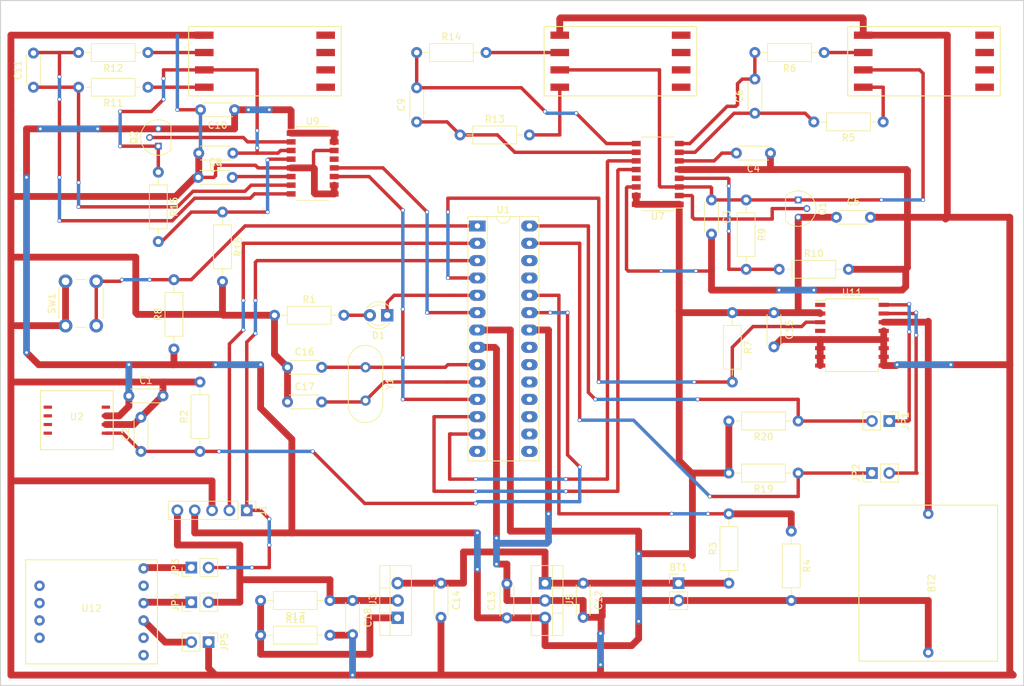
<source format=kicad_pcb>
(kicad_pcb (version 4) (host pcbnew 4.0.7-e2-6376~58~ubuntu16.04.1)
  (layers (0 F.Cu signal) (31 B.Cu signal) (34 B.Paste user) (35 F.Paste user) (36 B.SilkS user) (37 F.SilkS user) (38 B.Mask user) (39 F.Mask user) (44 Edge.Cuts user))
  (net 0 "")
  (net 1 "Net-(BT1-Pad1)")
  (net 2 GND)
  (net 3 "Net-(BT2-Pad1)")
  (net 4 VCC)
  (net 5 /ADC)
  (net 6 /VS)
  (net 7 "Net-(C4-Pad2)")
  (net 8 "Net-(C6-Pad1)")
  (net 9 "Net-(C6-Pad2)")
  (net 10 "Net-(C7-Pad1)")
  (net 11 "Net-(C8-Pad2)")
  (net 12 "Net-(C9-Pad1)")
  (net 13 "Net-(C9-Pad2)")
  (net 14 "Net-(C11-Pad1)")
  (net 15 "Net-(C11-Pad2)")
  (net 16 "Net-(C16-Pad2)")
  (net 17 "Net-(C17-Pad2)")
  (net 18 /3V3)
  (net 19 /PD3)
  (net 20 "Net-(D1-Pad2)")
  (net 21 /TX)
  (net 22 /RX)
  (net 23 "Net-(JP1-Pad1)")
  (net 24 /SCL)
  (net 25 /SDA)
  (net 26 "Net-(JP2-Pad2)")
  (net 27 "Net-(JP3-Pad1)")
  (net 28 "Net-(JP4-Pad1)")
  (net 29 "Net-(JP5-Pad2)")
  (net 30 "Net-(Q1-Pad2)")
  (net 31 "Net-(Q2-Pad2)")
  (net 32 /PC1)
  (net 33 "Net-(R5-Pad1)")
  (net 34 "Net-(R6-Pad1)")
  (net 35 /SQW)
  (net 36 /RST)
  (net 37 "Net-(R10-Pad1)")
  (net 38 "Net-(R11-Pad1)")
  (net 39 "Net-(R12-Pad1)")
  (net 40 "Net-(R13-Pad2)")
  (net 41 "Net-(R14-Pad2)")
  (net 42 "Net-(R15-Pad2)")
  (net 43 "Net-(R17-Pad2)")
  (net 44 "Net-(U1-Pad15)")
  (net 45 "Net-(U1-Pad16)")
  (net 46 "Net-(U1-Pad17)")
  (net 47 "Net-(U1-Pad18)")
  (net 48 "Net-(U1-Pad19)")
  (net 49 /PD4)
  (net 50 "Net-(U1-Pad20)")
  (net 51 "Net-(U1-Pad21)")
  (net 52 /PD5)
  (net 53 "Net-(U1-Pad25)")
  (net 54 /PD6)
  (net 55 "Net-(U1-Pad26)")
  (net 56 /PD7)
  (net 57 "Net-(U1-Pad14)")
  (net 58 "Net-(U7-Pad13)")
  (net 59 "Net-(U9-Pad13)")
  (net 60 "Net-(U11-Pad1)")
  (net 61 "Net-(U11-Pad4)")
  (net 62 "Net-(U12-Pad2)")
  (module Pin_Headers:Pin_Header_Straight_1x02_Pitch2.54mm (layer F.Cu) (at 175.514 123.444)
    (fp_text reference BT1 (at 0 -2.33) (layer F.SilkS))
    (fp_text value Battery_Cell)
    (pad 1 thru_hole rect (at 0 0) (size 1.7 1.7) (drill 1) (layers *.Cu *.Mask) (net 1 "Net-(BT1-Pad1)"))
    (pad 2 thru_hole oval (at 0 2.54) (size 1.7 1.7) (drill 1) (layers *.Cu *.Mask) (net 2 GND))
  )
  (module myFootprint:SuporteBateria (layer F.Cu) (at 212.09 123.444 90)
    (fp_text reference BT2 (at 0 0.5 90) (layer F.SilkS))
    (fp_text value 3V)
    (pad 1 thru_hole circle (at 10.16 0 90) (size 1.524 1.524) (drill 0.762) (layers *.Cu *.Mask) (net 3 "Net-(BT2-Pad1)"))
    (pad 2 thru_hole circle (at -10.16 0 90) (size 1.524 1.524) (drill 0.762) (layers *.Cu *.Mask) (net 2 GND))
  )
  (module Capacitors_THT:C_Disc_D4.3mm_W1.9mm_P5.00mm (layer F.Cu) (at 94.996 96.012)
    (fp_text reference C1 (at 2.5 -2.26) (layer F.SilkS))
    (fp_text value 100nF)
    (pad 1 thru_hole circle (at 0 0) (size 1.6 1.6) (drill 0.8) (layers *.Cu *.Mask) (net 4 VCC))
    (pad 2 thru_hole circle (at 5 0) (size 1.6 1.6) (drill 0.8) (layers *.Cu *.Mask) (net 2 GND))
  )
  (module Capacitors_THT:C_Disc_D4.3mm_W1.9mm_P5.00mm (layer F.Cu) (at 96.774 104.14 90)
    (fp_text reference C2 (at 2.5 -2.26 90) (layer F.SilkS))
    (fp_text value 47pF)
    (pad 1 thru_hole circle (at 0 0 90) (size 1.6 1.6) (drill 0.8) (layers *.Cu *.Mask) (net 5 /ADC))
    (pad 2 thru_hole circle (at 5 0 90) (size 1.6 1.6) (drill 0.8) (layers *.Cu *.Mask) (net 2 GND))
  )
  (module Capacitors_THT:C_Disc_D4.3mm_W1.9mm_P5.00mm (layer F.Cu) (at 180.34 67.31 270)
    (fp_text reference C3 (at 2.5 -2.26 270) (layer F.SilkS))
    (fp_text value 10uF)
    (pad 1 thru_hole circle (at 0 0 270) (size 1.6 1.6) (drill 0.8) (layers *.Cu *.Mask) (net 6 /VS))
    (pad 2 thru_hole circle (at 5 0 270) (size 1.6 1.6) (drill 0.8) (layers *.Cu *.Mask) (net 2 GND))
  )
  (module Capacitors_THT:C_Disc_D4.3mm_W1.9mm_P5.00mm (layer F.Cu) (at 188.976 60.452 180)
    (fp_text reference C4 (at 2.5 -2.26 180) (layer F.SilkS))
    (fp_text value 0.1uF)
    (pad 1 thru_hole circle (at 0 0 180) (size 1.6 1.6) (drill 0.8) (layers *.Cu *.Mask) (net 2 GND))
    (pad 2 thru_hole circle (at 5 0 180) (size 1.6 1.6) (drill 0.8) (layers *.Cu *.Mask) (net 7 "Net-(C4-Pad2)"))
  )
  (module Capacitors_THT:C_Disc_D4.3mm_W1.9mm_P5.00mm (layer F.Cu) (at 198.628 69.85)
    (fp_text reference C5 (at 2.5 -2.26) (layer F.SilkS))
    (fp_text value 10uf)
    (pad 1 thru_hole circle (at 0 0) (size 1.6 1.6) (drill 0.8) (layers *.Cu *.Mask) (net 4 VCC))
    (pad 2 thru_hole circle (at 5 0) (size 1.6 1.6) (drill 0.8) (layers *.Cu *.Mask) (net 2 GND))
  )
  (module Capacitors_THT:C_Disc_D4.3mm_W1.9mm_P5.00mm (layer F.Cu) (at 186.69 54.61 90)
    (fp_text reference C6 (at 2.5 -2.26 90) (layer F.SilkS))
    (fp_text value 0.1uF)
    (pad 1 thru_hole circle (at 0 0 90) (size 1.6 1.6) (drill 0.8) (layers *.Cu *.Mask) (net 8 "Net-(C6-Pad1)"))
    (pad 2 thru_hole circle (at 5 0 90) (size 1.6 1.6) (drill 0.8) (layers *.Cu *.Mask) (net 9 "Net-(C6-Pad2)"))
  )
  (module Capacitors_THT:C_Disc_D4.3mm_W1.9mm_P5.00mm (layer F.Cu) (at 110.236 60.452 180)
    (fp_text reference C7 (at 2.5 -2.26 180) (layer F.SilkS))
    (fp_text value 10uF)
    (pad 1 thru_hole circle (at 0 0 180) (size 1.6 1.6) (drill 0.8) (layers *.Cu *.Mask) (net 10 "Net-(C7-Pad1)"))
    (pad 2 thru_hole circle (at 5 0 180) (size 1.6 1.6) (drill 0.8) (layers *.Cu *.Mask) (net 2 GND))
  )
  (module Capacitors_THT:C_Disc_D4.3mm_W1.9mm_P5.00mm (layer F.Cu) (at 105.156 64.008)
    (fp_text reference C8 (at 2.5 -2.26) (layer F.SilkS))
    (fp_text value 0.1uF)
    (pad 1 thru_hole circle (at 0 0) (size 1.6 1.6) (drill 0.8) (layers *.Cu *.Mask) (net 2 GND))
    (pad 2 thru_hole circle (at 5 0) (size 1.6 1.6) (drill 0.8) (layers *.Cu *.Mask) (net 11 "Net-(C8-Pad2)"))
  )
  (module Capacitors_THT:C_Disc_D4.3mm_W1.9mm_P5.00mm (layer F.Cu) (at 137.16 55.88 90)
    (fp_text reference C9 (at 2.5 -2.26 90) (layer F.SilkS))
    (fp_text value 0.1uF)
    (pad 1 thru_hole circle (at 0 0 90) (size 1.6 1.6) (drill 0.8) (layers *.Cu *.Mask) (net 12 "Net-(C9-Pad1)"))
    (pad 2 thru_hole circle (at 5 0 90) (size 1.6 1.6) (drill 0.8) (layers *.Cu *.Mask) (net 13 "Net-(C9-Pad2)"))
  )
  (module Capacitors_THT:C_Disc_D4.3mm_W1.9mm_P5.00mm (layer F.Cu) (at 110.49 54.102 180)
    (fp_text reference C10 (at 2.5 -2.26 180) (layer F.SilkS))
    (fp_text value 10uf)
    (pad 1 thru_hole circle (at 0 0 180) (size 1.6 1.6) (drill 0.8) (layers *.Cu *.Mask) (net 4 VCC))
    (pad 2 thru_hole circle (at 5 0 180) (size 1.6 1.6) (drill 0.8) (layers *.Cu *.Mask) (net 2 GND))
  )
  (module Capacitors_THT:C_Disc_D4.3mm_W1.9mm_P5.00mm (layer F.Cu) (at 81.026 50.8 90)
    (fp_text reference C11 (at 2.5 -2.26 90) (layer F.SilkS))
    (fp_text value 0.1uF)
    (pad 1 thru_hole circle (at 0 0 90) (size 1.6 1.6) (drill 0.8) (layers *.Cu *.Mask) (net 14 "Net-(C11-Pad1)"))
    (pad 2 thru_hole circle (at 5 0 90) (size 1.6 1.6) (drill 0.8) (layers *.Cu *.Mask) (net 15 "Net-(C11-Pad2)"))
  )
  (module Capacitors_THT:C_Disc_D4.3mm_W1.9mm_P5.00mm (layer F.Cu) (at 161.544 123.444 270)
    (fp_text reference C12 (at 2.5 -2.26 270) (layer F.SilkS))
    (fp_text value 0.33uF)
    (pad 1 thru_hole circle (at 0 0 270) (size 1.6 1.6) (drill 0.8) (layers *.Cu *.Mask) (net 1 "Net-(BT1-Pad1)"))
    (pad 2 thru_hole circle (at 5 0 270) (size 1.6 1.6) (drill 0.8) (layers *.Cu *.Mask) (net 2 GND))
  )
  (module Capacitors_THT:C_Disc_D4.3mm_W1.9mm_P5.00mm (layer F.Cu) (at 150.368 128.524 90)
    (fp_text reference C13 (at 2.5 -2.26 90) (layer F.SilkS))
    (fp_text value 0.1uF)
    (pad 1 thru_hole circle (at 0 0 90) (size 1.6 1.6) (drill 0.8) (layers *.Cu *.Mask) (net 4 VCC))
    (pad 2 thru_hole circle (at 5 0 90) (size 1.6 1.6) (drill 0.8) (layers *.Cu *.Mask) (net 2 GND))
  )
  (module Capacitors_THT:C_Disc_D4.3mm_W1.9mm_P5.00mm (layer F.Cu) (at 140.716 123.444 270)
    (fp_text reference C14 (at 2.5 -2.26 270) (layer F.SilkS))
    (fp_text value 10uF)
    (pad 1 thru_hole circle (at 0 0 270) (size 1.6 1.6) (drill 0.8) (layers *.Cu *.Mask) (net 1 "Net-(BT1-Pad1)"))
    (pad 2 thru_hole circle (at 5 0 270) (size 1.6 1.6) (drill 0.8) (layers *.Cu *.Mask) (net 2 GND))
  )
  (module Capacitors_THT:C_Disc_D4.3mm_W1.9mm_P5.00mm (layer F.Cu) (at 189.484 83.82 270)
    (fp_text reference C15 (at 2.5 -2.26 270) (layer F.SilkS))
    (fp_text value C)
    (pad 1 thru_hole circle (at 0 0 270) (size 1.6 1.6) (drill 0.8) (layers *.Cu *.Mask) (net 4 VCC))
    (pad 2 thru_hole circle (at 5 0 270) (size 1.6 1.6) (drill 0.8) (layers *.Cu *.Mask) (net 2 GND))
  )
  (module Capacitors_THT:C_Disc_D4.3mm_W1.9mm_P5.00mm (layer F.Cu) (at 118.237 91.821)
    (fp_text reference C16 (at 2.5 -2.26) (layer F.SilkS))
    (fp_text value 20pF)
    (pad 1 thru_hole circle (at 0 0) (size 1.6 1.6) (drill 0.8) (layers *.Cu *.Mask) (net 2 GND))
    (pad 2 thru_hole circle (at 5 0) (size 1.6 1.6) (drill 0.8) (layers *.Cu *.Mask) (net 16 "Net-(C16-Pad2)"))
  )
  (module Capacitors_THT:C_Disc_D4.3mm_W1.9mm_P5.00mm (layer F.Cu) (at 118.237 96.901)
    (fp_text reference C17 (at 2.5 -2.26) (layer F.SilkS))
    (fp_text value 20pF)
    (pad 1 thru_hole circle (at 0 0) (size 1.6 1.6) (drill 0.8) (layers *.Cu *.Mask) (net 2 GND))
    (pad 2 thru_hole circle (at 5 0) (size 1.6 1.6) (drill 0.8) (layers *.Cu *.Mask) (net 17 "Net-(C17-Pad2)"))
  )
  (module Capacitors_THT:C_Disc_D4.3mm_W1.9mm_P5.00mm (layer F.Cu) (at 127.762 125.984 270)
    (fp_text reference C18 (at 2.5 -2.26 270) (layer F.SilkS))
    (fp_text value 100uF)
    (pad 1 thru_hole circle (at 0 0 270) (size 1.6 1.6) (drill 0.8) (layers *.Cu *.Mask) (net 18 /3V3))
    (pad 2 thru_hole circle (at 5 0 270) (size 1.6 1.6) (drill 0.8) (layers *.Cu *.Mask) (net 2 GND))
  )
  (module LEDs:LED_D3.0mm (layer F.Cu) (at 132.842 84.201 180)
    (fp_text reference D1 (at 1.27 -2.96 180) (layer F.SilkS))
    (fp_text value LED)
    (pad 1 thru_hole rect (at 0 0 180) (size 1.8 1.8) (drill 0.9) (layers *.Cu *.Mask) (net 19 /PD3))
    (pad 2 thru_hole circle (at 2.54 0 180) (size 1.8 1.8) (drill 0.9) (layers *.Cu *.Mask) (net 20 "Net-(D1-Pad2)"))
  )
  (module Pin_Headers:Pin_Header_Straight_1x05_Pitch2.54mm (layer F.Cu) (at 112.268 112.776 270)
    (fp_text reference J1 (at 0 -2.33 270) (layer F.SilkS))
    (fp_text value CONN_01X05)
    (pad 1 thru_hole rect (at 0 0 270) (size 1.7 1.7) (drill 1) (layers *.Cu *.Mask) (net 21 /TX))
    (pad 2 thru_hole oval (at 0 2.54 270) (size 1.7 1.7) (drill 1) (layers *.Cu *.Mask) (net 22 /RX))
    (pad 3 thru_hole oval (at 0 5.08 270) (size 1.7 1.7) (drill 1) (layers *.Cu *.Mask) (net 2 GND))
    (pad 4 thru_hole oval (at 0 7.62 270) (size 1.7 1.7) (drill 1) (layers *.Cu *.Mask) (net 4 VCC))
    (pad 5 thru_hole oval (at 0 10.16 270) (size 1.7 1.7) (drill 1) (layers *.Cu *.Mask) (net 18 /3V3))
  )
  (module Pin_Headers:Pin_Header_Straight_1x02_Pitch2.54mm (layer F.Cu) (at 206.375 99.695 270)
    (fp_text reference JP1 (at 0 -2.33 270) (layer F.SilkS))
    (fp_text value Jumper)
    (pad 1 thru_hole rect (at 0 0 270) (size 1.7 1.7) (drill 1) (layers *.Cu *.Mask) (net 23 "Net-(JP1-Pad1)"))
    (pad 2 thru_hole oval (at 0 2.54 270) (size 1.7 1.7) (drill 1) (layers *.Cu *.Mask) (net 24 /SCL))
  )
  (module Pin_Headers:Pin_Header_Straight_1x02_Pitch2.54mm (layer F.Cu) (at 203.835 107.315 90)
    (fp_text reference JP2 (at 0 -2.33 90) (layer F.SilkS))
    (fp_text value Jumper)
    (pad 1 thru_hole rect (at 0 0 90) (size 1.7 1.7) (drill 1) (layers *.Cu *.Mask) (net 25 /SDA))
    (pad 2 thru_hole oval (at 0 2.54 90) (size 1.7 1.7) (drill 1) (layers *.Cu *.Mask) (net 26 "Net-(JP2-Pad2)"))
  )
  (module Pin_Headers:Pin_Header_Straight_1x02_Pitch2.54mm (layer F.Cu) (at 104.14 121.158 90)
    (fp_text reference JP3 (at 0 -2.33 90) (layer F.SilkS))
    (fp_text value Jumper)
    (pad 1 thru_hole rect (at 0 0 90) (size 1.7 1.7) (drill 1) (layers *.Cu *.Mask) (net 27 "Net-(JP3-Pad1)"))
    (pad 2 thru_hole oval (at 0 2.54 90) (size 1.7 1.7) (drill 1) (layers *.Cu *.Mask) (net 21 /TX))
  )
  (module Pin_Headers:Pin_Header_Straight_1x02_Pitch2.54mm (layer F.Cu) (at 104.14 126.238 90)
    (fp_text reference JP4 (at 0 -2.33 90) (layer F.SilkS))
    (fp_text value Jumper)
    (pad 1 thru_hole rect (at 0 0 90) (size 1.7 1.7) (drill 1) (layers *.Cu *.Mask) (net 28 "Net-(JP4-Pad1)"))
    (pad 2 thru_hole oval (at 0 2.54 90) (size 1.7 1.7) (drill 1) (layers *.Cu *.Mask) (net 18 /3V3))
  )
  (module Pin_Headers:Pin_Header_Straight_1x02_Pitch2.54mm (layer F.Cu) (at 106.68 132.08 270)
    (fp_text reference JP5 (at 0 -2.33 270) (layer F.SilkS))
    (fp_text value Jumper)
    (pad 1 thru_hole rect (at 0 0 270) (size 1.7 1.7) (drill 1) (layers *.Cu *.Mask) (net 2 GND))
    (pad 2 thru_hole oval (at 0 2.54 270) (size 1.7 1.7) (drill 1) (layers *.Cu *.Mask) (net 29 "Net-(JP5-Pad2)"))
  )
  (module TO_SOT_Packages_THT:TO-92_Molded_Narrow (layer F.Cu) (at 193.04 67.31 270)
    (fp_text reference Q1 (at 1.27 -3.56 270) (layer F.SilkS))
    (fp_text value BC559)
    (pad 2 thru_hole circle (at 1.27 -1.27) (size 1 1) (drill 0.6) (layers *.Cu *.Mask) (net 30 "Net-(Q1-Pad2)"))
    (pad 3 thru_hole circle (at 2.54 0) (size 1 1) (drill 0.6) (layers *.Cu *.Mask) (net 4 VCC))
    (pad 1 thru_hole rect (at 0 0) (size 1 1) (drill 0.6) (layers *.Cu *.Mask) (net 6 /VS))
  )
  (module TO_SOT_Packages_THT:TO-92_Molded_Narrow (layer F.Cu) (at 99.314 59.436 90)
    (fp_text reference Q2 (at 1.27 -3.56 90) (layer F.SilkS))
    (fp_text value BC559)
    (pad 2 thru_hole circle (at 1.27 -1.27 180) (size 1 1) (drill 0.6) (layers *.Cu *.Mask) (net 31 "Net-(Q2-Pad2)"))
    (pad 3 thru_hole circle (at 2.54 0 180) (size 1 1) (drill 0.6) (layers *.Cu *.Mask) (net 4 VCC))
    (pad 1 thru_hole rect (at 0 0 180) (size 1 1) (drill 0.6) (layers *.Cu *.Mask) (net 10 "Net-(C7-Pad1)"))
  )
  (module Resistors_THT:R_Axial_DIN0207_L6.3mm_D2.5mm_P10.16mm_Horizontal (layer F.Cu) (at 116.332 84.201)
    (fp_text reference R1 (at 5.08 -2.31) (layer F.SilkS))
    (fp_text value 300)
    (pad 1 thru_hole circle (at 0 0) (size 1.6 1.6) (drill 0.8) (layers *.Cu *.Mask) (net 2 GND))
    (pad 2 thru_hole oval (at 10.16 0) (size 1.6 1.6) (drill 0.8) (layers *.Cu *.Mask) (net 20 "Net-(D1-Pad2)"))
  )
  (module Resistors_THT:R_Axial_DIN0207_L6.3mm_D2.5mm_P10.16mm_Horizontal (layer F.Cu) (at 105.41 104.14 90)
    (fp_text reference R2 (at 5.08 -2.31 90) (layer F.SilkS))
    (fp_text value 51k)
    (pad 1 thru_hole circle (at 0 0 90) (size 1.6 1.6) (drill 0.8) (layers *.Cu *.Mask) (net 5 /ADC))
    (pad 2 thru_hole oval (at 10.16 0 90) (size 1.6 1.6) (drill 0.8) (layers *.Cu *.Mask) (net 2 GND))
  )
  (module Resistors_THT:R_Axial_DIN0207_L6.3mm_D2.5mm_P10.16mm_Horizontal (layer F.Cu) (at 182.88 123.444 90)
    (fp_text reference R3 (at 5.08 -2.31 90) (layer F.SilkS))
    (fp_text value 80k)
    (pad 1 thru_hole circle (at 0 0 90) (size 1.6 1.6) (drill 0.8) (layers *.Cu *.Mask) (net 1 "Net-(BT1-Pad1)"))
    (pad 2 thru_hole oval (at 10.16 0 90) (size 1.6 1.6) (drill 0.8) (layers *.Cu *.Mask) (net 32 /PC1))
  )
  (module Resistors_THT:R_Axial_DIN0207_L6.3mm_D2.5mm_P10.16mm_Horizontal (layer F.Cu) (at 192.024 115.824 270)
    (fp_text reference R4 (at 5.08 -2.31 270) (layer F.SilkS))
    (fp_text value 50k)
    (pad 1 thru_hole circle (at 0 0 270) (size 1.6 1.6) (drill 0.8) (layers *.Cu *.Mask) (net 32 /PC1))
    (pad 2 thru_hole oval (at 10.16 0 270) (size 1.6 1.6) (drill 0.8) (layers *.Cu *.Mask) (net 2 GND))
  )
  (module Resistors_THT:R_Axial_DIN0207_L6.3mm_D2.5mm_P10.16mm_Horizontal (layer F.Cu) (at 205.486 55.88 180)
    (fp_text reference R5 (at 5.08 -2.31 180) (layer F.SilkS))
    (fp_text value 1.8k)
    (pad 1 thru_hole circle (at 0 0 180) (size 1.6 1.6) (drill 0.8) (layers *.Cu *.Mask) (net 33 "Net-(R5-Pad1)"))
    (pad 2 thru_hole oval (at 10.16 0 180) (size 1.6 1.6) (drill 0.8) (layers *.Cu *.Mask) (net 8 "Net-(C6-Pad1)"))
  )
  (module Resistors_THT:R_Axial_DIN0207_L6.3mm_D2.5mm_P10.16mm_Horizontal (layer F.Cu) (at 196.85 45.72 180)
    (fp_text reference R6 (at 5.08 -2.31 180) (layer F.SilkS))
    (fp_text value 1.8k)
    (pad 1 thru_hole circle (at 0 0 180) (size 1.6 1.6) (drill 0.8) (layers *.Cu *.Mask) (net 34 "Net-(R6-Pad1)"))
    (pad 2 thru_hole oval (at 10.16 0 180) (size 1.6 1.6) (drill 0.8) (layers *.Cu *.Mask) (net 9 "Net-(C6-Pad2)"))
  )
  (module Resistors_THT:R_Axial_DIN0207_L6.3mm_D2.5mm_P10.16mm_Horizontal (layer F.Cu) (at 183.388 83.82 270)
    (fp_text reference R7 (at 5.08 -2.31 270) (layer F.SilkS))
    (fp_text value R)
    (pad 1 thru_hole circle (at 0 0 270) (size 1.6 1.6) (drill 0.8) (layers *.Cu *.Mask) (net 4 VCC))
    (pad 2 thru_hole oval (at 10.16 0 270) (size 1.6 1.6) (drill 0.8) (layers *.Cu *.Mask) (net 35 /SQW))
  )
  (module Resistors_THT:R_Axial_DIN0207_L6.3mm_D2.5mm_P10.16mm_Horizontal (layer F.Cu) (at 101.6 89.154 90)
    (fp_text reference R8 (at 5.08 -2.31 90) (layer F.SilkS))
    (fp_text value 10k)
    (pad 1 thru_hole circle (at 0 0 90) (size 1.6 1.6) (drill 0.8) (layers *.Cu *.Mask) (net 4 VCC))
    (pad 2 thru_hole oval (at 10.16 0 90) (size 1.6 1.6) (drill 0.8) (layers *.Cu *.Mask) (net 36 /RST))
  )
  (module Resistors_THT:R_Axial_DIN0207_L6.3mm_D2.5mm_P10.16mm_Horizontal (layer F.Cu) (at 185.42 67.31 270)
    (fp_text reference R9 (at 5.08 -2.31 270) (layer F.SilkS))
    (fp_text value 1k)
    (pad 1 thru_hole circle (at 0 0 270) (size 1.6 1.6) (drill 0.8) (layers *.Cu *.Mask) (net 6 /VS))
    (pad 2 thru_hole oval (at 10.16 0 270) (size 1.6 1.6) (drill 0.8) (layers *.Cu *.Mask) (net 37 "Net-(R10-Pad1)"))
  )
  (module Resistors_THT:R_Axial_DIN0207_L6.3mm_D2.5mm_P10.16mm_Horizontal (layer F.Cu) (at 190.246 77.47)
    (fp_text reference R10 (at 5.08 -2.31) (layer F.SilkS))
    (fp_text value 2.2k)
    (pad 1 thru_hole circle (at 0 0) (size 1.6 1.6) (drill 0.8) (layers *.Cu *.Mask) (net 37 "Net-(R10-Pad1)"))
    (pad 2 thru_hole oval (at 10.16 0) (size 1.6 1.6) (drill 0.8) (layers *.Cu *.Mask) (net 2 GND))
  )
  (module Resistors_THT:R_Axial_DIN0207_L6.3mm_D2.5mm_P10.16mm_Horizontal (layer F.Cu) (at 97.79 50.8 180)
    (fp_text reference R11 (at 5.08 -2.31 180) (layer F.SilkS))
    (fp_text value 1.8k)
    (pad 1 thru_hole circle (at 0 0 180) (size 1.6 1.6) (drill 0.8) (layers *.Cu *.Mask) (net 38 "Net-(R11-Pad1)"))
    (pad 2 thru_hole oval (at 10.16 0 180) (size 1.6 1.6) (drill 0.8) (layers *.Cu *.Mask) (net 14 "Net-(C11-Pad1)"))
  )
  (module Resistors_THT:R_Axial_DIN0207_L6.3mm_D2.5mm_P10.16mm_Horizontal (layer F.Cu) (at 97.79 45.72 180)
    (fp_text reference R12 (at 5.08 -2.31 180) (layer F.SilkS))
    (fp_text value 1.8k)
    (pad 1 thru_hole circle (at 0 0 180) (size 1.6 1.6) (drill 0.8) (layers *.Cu *.Mask) (net 39 "Net-(R12-Pad1)"))
    (pad 2 thru_hole oval (at 10.16 0 180) (size 1.6 1.6) (drill 0.8) (layers *.Cu *.Mask) (net 15 "Net-(C11-Pad2)"))
  )
  (module Resistors_THT:R_Axial_DIN0207_L6.3mm_D2.5mm_P10.16mm_Horizontal (layer F.Cu) (at 143.51 57.785)
    (fp_text reference R13 (at 5.08 -2.31) (layer F.SilkS))
    (fp_text value 1.8k)
    (pad 1 thru_hole circle (at 0 0) (size 1.6 1.6) (drill 0.8) (layers *.Cu *.Mask) (net 12 "Net-(C9-Pad1)"))
    (pad 2 thru_hole oval (at 10.16 0) (size 1.6 1.6) (drill 0.8) (layers *.Cu *.Mask) (net 40 "Net-(R13-Pad2)"))
  )
  (module Resistors_THT:R_Axial_DIN0207_L6.3mm_D2.5mm_P10.16mm_Horizontal (layer F.Cu) (at 137.16 45.72)
    (fp_text reference R14 (at 5.08 -2.31) (layer F.SilkS))
    (fp_text value 1.8k)
    (pad 1 thru_hole circle (at 0 0) (size 1.6 1.6) (drill 0.8) (layers *.Cu *.Mask) (net 13 "Net-(C9-Pad2)"))
    (pad 2 thru_hole oval (at 10.16 0) (size 1.6 1.6) (drill 0.8) (layers *.Cu *.Mask) (net 41 "Net-(R14-Pad2)"))
  )
  (module Resistors_THT:R_Axial_DIN0207_L6.3mm_D2.5mm_P10.16mm_Horizontal (layer F.Cu) (at 99.314 63.246 270)
    (fp_text reference R15 (at 5.08 -2.31 270) (layer F.SilkS))
    (fp_text value 1k)
    (pad 1 thru_hole circle (at 0 0 270) (size 1.6 1.6) (drill 0.8) (layers *.Cu *.Mask) (net 10 "Net-(C7-Pad1)"))
    (pad 2 thru_hole oval (at 10.16 0 270) (size 1.6 1.6) (drill 0.8) (layers *.Cu *.Mask) (net 42 "Net-(R15-Pad2)"))
  )
  (module Resistors_THT:R_Axial_DIN0207_L6.3mm_D2.5mm_P10.16mm_Horizontal (layer F.Cu) (at 108.712 69.088 270)
    (fp_text reference R16 (at 5.08 -2.31 270) (layer F.SilkS))
    (fp_text value 2.2k)
    (pad 1 thru_hole circle (at 0 0 270) (size 1.6 1.6) (drill 0.8) (layers *.Cu *.Mask) (net 42 "Net-(R15-Pad2)"))
    (pad 2 thru_hole oval (at 10.16 0 270) (size 1.6 1.6) (drill 0.8) (layers *.Cu *.Mask) (net 2 GND))
  )
  (module Resistors_THT:R_Axial_DIN0207_L6.3mm_D2.5mm_P10.16mm_Horizontal (layer F.Cu) (at 124.46 125.984 180)
    (fp_text reference R17 (at 5.08 -2.31 180) (layer F.SilkS))
    (fp_text value 121)
    (pad 1 thru_hole circle (at 0 0 180) (size 1.6 1.6) (drill 0.8) (layers *.Cu *.Mask) (net 18 /3V3))
    (pad 2 thru_hole oval (at 10.16 0 180) (size 1.6 1.6) (drill 0.8) (layers *.Cu *.Mask) (net 43 "Net-(R17-Pad2)"))
  )
  (module Resistors_THT:R_Axial_DIN0207_L6.3mm_D2.5mm_P10.16mm_Horizontal (layer F.Cu) (at 114.3 131.064)
    (fp_text reference R18 (at 5.08 -2.31) (layer F.SilkS))
    (fp_text value 1k)
    (pad 1 thru_hole circle (at 0 0) (size 1.6 1.6) (drill 0.8) (layers *.Cu *.Mask) (net 43 "Net-(R17-Pad2)"))
    (pad 2 thru_hole oval (at 10.16 0) (size 1.6 1.6) (drill 0.8) (layers *.Cu *.Mask) (net 2 GND))
  )
  (module Resistors_THT:R_Axial_DIN0207_L6.3mm_D2.5mm_P10.16mm_Horizontal (layer F.Cu) (at 193.04 107.315 180)
    (fp_text reference R19 (at 5.08 -2.31 180) (layer F.SilkS))
    (fp_text value 750)
    (pad 1 thru_hole circle (at 0 0 180) (size 1.6 1.6) (drill 0.8) (layers *.Cu *.Mask) (net 25 /SDA))
    (pad 2 thru_hole oval (at 10.16 0 180) (size 1.6 1.6) (drill 0.8) (layers *.Cu *.Mask) (net 4 VCC))
  )
  (module Resistors_THT:R_Axial_DIN0207_L6.3mm_D2.5mm_P10.16mm_Horizontal (layer F.Cu) (at 193.04 99.695 180)
    (fp_text reference R20 (at 5.08 -2.31 180) (layer F.SilkS))
    (fp_text value 750)
    (pad 1 thru_hole circle (at 0 0 180) (size 1.6 1.6) (drill 0.8) (layers *.Cu *.Mask) (net 24 /SCL))
    (pad 2 thru_hole oval (at 10.16 0 180) (size 1.6 1.6) (drill 0.8) (layers *.Cu *.Mask) (net 4 VCC))
  )
  (module Buttons_Switches_THT:SW_PUSH_6mm (layer F.Cu) (at 85.725 85.725 90)
    (fp_text reference SW1 (at 3.25 -2 90) (layer F.SilkS))
    (fp_text value SW_Push)
    (pad 2 thru_hole circle (at 0 4.5 180) (size 2 2) (drill 1.1) (layers *.Cu *.Mask) (net 36 /RST))
    (pad 1 thru_hole circle (at 0 0 180) (size 2 2) (drill 1.1) (layers *.Cu *.Mask) (net 2 GND))
    (pad 2 thru_hole circle (at 6.5 4.5 180) (size 2 2) (drill 1.1) (layers *.Cu *.Mask) (net 36 /RST))
    (pad 1 thru_hole circle (at 6.5 0 180) (size 2 2) (drill 1.1) (layers *.Cu *.Mask) (net 2 GND))
  )
  (module Housings_DIP:DIP-28_W7.62mm_Socket_LongPads (layer F.Cu) (at 146.05 71.12)
    (fp_text reference U1 (at 3.81 -2.39) (layer F.SilkS))
    (fp_text value ATMEGA328P-PU)
    (pad 1 thru_hole rect (at 0 0) (size 2.4 1.6) (drill 0.8) (layers *.Cu *.Mask) (net 36 /RST))
    (pad 15 thru_hole oval (at 7.62 33.02) (size 2.4 1.6) (drill 0.8) (layers *.Cu *.Mask) (net 44 "Net-(U1-Pad15)"))
    (pad 2 thru_hole oval (at 0 2.54) (size 2.4 1.6) (drill 0.8) (layers *.Cu *.Mask) (net 22 /RX))
    (pad 16 thru_hole oval (at 7.62 30.48) (size 2.4 1.6) (drill 0.8) (layers *.Cu *.Mask) (net 45 "Net-(U1-Pad16)"))
    (pad 3 thru_hole oval (at 0 5.08) (size 2.4 1.6) (drill 0.8) (layers *.Cu *.Mask) (net 21 /TX))
    (pad 17 thru_hole oval (at 7.62 27.94) (size 2.4 1.6) (drill 0.8) (layers *.Cu *.Mask) (net 46 "Net-(U1-Pad17)"))
    (pad 4 thru_hole oval (at 0 7.62) (size 2.4 1.6) (drill 0.8) (layers *.Cu *.Mask) (net 35 /SQW))
    (pad 18 thru_hole oval (at 7.62 25.4) (size 2.4 1.6) (drill 0.8) (layers *.Cu *.Mask) (net 47 "Net-(U1-Pad18)"))
    (pad 5 thru_hole oval (at 0 10.16) (size 2.4 1.6) (drill 0.8) (layers *.Cu *.Mask) (net 19 /PD3))
    (pad 19 thru_hole oval (at 7.62 22.86) (size 2.4 1.6) (drill 0.8) (layers *.Cu *.Mask) (net 48 "Net-(U1-Pad19)"))
    (pad 6 thru_hole oval (at 0 12.7) (size 2.4 1.6) (drill 0.8) (layers *.Cu *.Mask) (net 49 /PD4))
    (pad 20 thru_hole oval (at 7.62 20.32) (size 2.4 1.6) (drill 0.8) (layers *.Cu *.Mask) (net 50 "Net-(U1-Pad20)"))
    (pad 7 thru_hole oval (at 0 15.24) (size 2.4 1.6) (drill 0.8) (layers *.Cu *.Mask) (net 4 VCC))
    (pad 21 thru_hole oval (at 7.62 17.78) (size 2.4 1.6) (drill 0.8) (layers *.Cu *.Mask) (net 51 "Net-(U1-Pad21)"))
    (pad 8 thru_hole oval (at 0 17.78) (size 2.4 1.6) (drill 0.8) (layers *.Cu *.Mask) (net 2 GND))
    (pad 22 thru_hole oval (at 7.62 15.24) (size 2.4 1.6) (drill 0.8) (layers *.Cu *.Mask) (net 2 GND))
    (pad 9 thru_hole oval (at 0 20.32) (size 2.4 1.6) (drill 0.8) (layers *.Cu *.Mask) (net 16 "Net-(C16-Pad2)"))
    (pad 23 thru_hole oval (at 7.62 12.7) (size 2.4 1.6) (drill 0.8) (layers *.Cu *.Mask) (net 5 /ADC))
    (pad 10 thru_hole oval (at 0 22.86) (size 2.4 1.6) (drill 0.8) (layers *.Cu *.Mask) (net 17 "Net-(C17-Pad2)"))
    (pad 24 thru_hole oval (at 7.62 10.16) (size 2.4 1.6) (drill 0.8) (layers *.Cu *.Mask) (net 32 /PC1))
    (pad 11 thru_hole oval (at 0 25.4) (size 2.4 1.6) (drill 0.8) (layers *.Cu *.Mask) (net 52 /PD5))
    (pad 25 thru_hole oval (at 7.62 7.62) (size 2.4 1.6) (drill 0.8) (layers *.Cu *.Mask) (net 53 "Net-(U1-Pad25)"))
    (pad 12 thru_hole oval (at 0 27.94) (size 2.4 1.6) (drill 0.8) (layers *.Cu *.Mask) (net 54 /PD6))
    (pad 26 thru_hole oval (at 7.62 5.08) (size 2.4 1.6) (drill 0.8) (layers *.Cu *.Mask) (net 55 "Net-(U1-Pad26)"))
    (pad 13 thru_hole oval (at 0 30.48) (size 2.4 1.6) (drill 0.8) (layers *.Cu *.Mask) (net 56 /PD7))
    (pad 27 thru_hole oval (at 7.62 2.54) (size 2.4 1.6) (drill 0.8) (layers *.Cu *.Mask) (net 25 /SDA))
    (pad 14 thru_hole oval (at 0 33.02) (size 2.4 1.6) (drill 0.8) (layers *.Cu *.Mask) (net 57 "Net-(U1-Pad14)"))
    (pad 28 thru_hole oval (at 7.62 0) (size 2.4 1.6) (drill 0.8) (layers *.Cu *.Mask) (net 24 /SCL))
  )
  (module myFootprint:MPXH6115A (layer F.Cu) (at 87.376 99.568 180)
    (fp_text reference U2 (at 0 0.5 180) (layer F.SilkS))
    (fp_text value MPXA6115A)
    (pad 1 smd rect (at -4.2545 1.905 180) (size 1.2192 0.4572) (layers F.Cu F.Paste F.Mask))
    (pad 2 smd rect (at -4.2545 0.635 180) (size 1.2192 0.4572) (layers F.Cu F.Paste F.Mask) (net 4 VCC))
    (pad 3 smd rect (at -4.2545 -0.635 180) (size 1.2192 0.4572) (layers F.Cu F.Paste F.Mask) (net 2 GND))
    (pad 4 smd rect (at -4.2545 -1.905 180) (size 1.2192 0.4572) (layers F.Cu F.Paste F.Mask) (net 5 /ADC))
    (pad 5 smd rect (at 4.2545 -1.905 180) (size 1.2192 0.4572) (layers F.Cu F.Paste F.Mask))
    (pad 6 smd rect (at 4.2545 -0.635 180) (size 1.2192 0.4572) (layers F.Cu F.Paste F.Mask))
    (pad 7 smd rect (at 4.2545 0.635 180) (size 1.2192 0.4572) (layers F.Cu F.Paste F.Mask))
    (pad 8 smd rect (at 4.2545 1.905 180) (size 1.2192 0.4572) (layers F.Cu F.Paste F.Mask))
  )
  (module TO_SOT_Packages_THT:TO-220_Vertical (layer F.Cu) (at 134.366 128.524 90)
    (fp_text reference U3 (at 2.54 -3.62 90) (layer F.SilkS))
    (fp_text value LM1117-3.3)
    (pad 1 thru_hole rect (at 0 0 90) (size 1.8 1.8) (drill 1) (layers *.Cu *.Mask) (net 43 "Net-(R17-Pad2)"))
    (pad 2 thru_hole oval (at 2.54 0 90) (size 1.8 1.8) (drill 1) (layers *.Cu *.Mask) (net 18 /3V3))
    (pad 3 thru_hole oval (at 5.08 0 90) (size 1.8 1.8) (drill 1) (layers *.Cu *.Mask) (net 1 "Net-(BT1-Pad1)"))
  )
  (module myFootprint:MPXV2010DP (layer F.Cu) (at 211.455 46.99 180)
    (fp_text reference U4 hide)
    (fp_text value MPXV2010)
    (pad 1 smd rect (at 8.89 3.81 180) (size 2.7305 1.0668) (layers F.Cu F.Paste F.Mask) (net 2 GND))
    (pad 2 smd rect (at 8.89 1.27 180) (size 2.7305 1.0668) (layers F.Cu F.Paste F.Mask) (net 34 "Net-(R6-Pad1)"))
    (pad 3 smd rect (at 8.89 -1.27 180) (size 2.7305 1.0668) (layers F.Cu F.Paste F.Mask) (net 6 /VS))
    (pad 4 smd rect (at 8.89 -3.81 180) (size 2.7305 1.0668) (layers F.Cu F.Paste F.Mask) (net 33 "Net-(R5-Pad1)"))
    (pad 5 smd rect (at -8.89 -3.81 180) (size 2.7305 1.0668) (layers F.Cu F.Paste F.Mask))
    (pad 6 smd rect (at -8.89 -1.27 180) (size 2.7305 1.0668) (layers F.Cu F.Paste F.Mask))
    (pad 7 smd rect (at -8.89 1.27 180) (size 2.7305 1.0668) (layers F.Cu F.Paste F.Mask))
    (pad 8 smd rect (at -8.89 3.81 180) (size 2.7305 1.0668) (layers F.Cu F.Paste F.Mask))
  )
  (module TO_SOT_Packages_THT:TO-220_Vertical (layer F.Cu) (at 155.956 123.444 270)
    (fp_text reference U5 (at 2.54 -3.62 270) (layer F.SilkS))
    (fp_text value LM7805)
    (pad VI thru_hole rect (at 0 0 270) (size 1.8 1.8) (drill 1) (layers *.Cu *.Mask) (net 1 "Net-(BT1-Pad1)"))
    (pad GND thru_hole oval (at 2.54 0 270) (size 1.8 1.8) (drill 1) (layers *.Cu *.Mask) (net 2 GND))
    (pad VO thru_hole oval (at 5.08 0 270) (size 1.8 1.8) (drill 1) (layers *.Cu *.Mask) (net 4 VCC))
  )
  (module myFootprint:MPXV2010DP (layer F.Cu) (at 114.935 46.99 180)
    (fp_text reference U6 hide)
    (fp_text value MPXV2010)
    (pad 1 smd rect (at 8.89 3.81 180) (size 2.7305 1.0668) (layers F.Cu F.Paste F.Mask) (net 2 GND))
    (pad 2 smd rect (at 8.89 1.27 180) (size 2.7305 1.0668) (layers F.Cu F.Paste F.Mask) (net 39 "Net-(R12-Pad1)"))
    (pad 3 smd rect (at 8.89 -1.27 180) (size 2.7305 1.0668) (layers F.Cu F.Paste F.Mask) (net 10 "Net-(C7-Pad1)"))
    (pad 4 smd rect (at 8.89 -3.81 180) (size 2.7305 1.0668) (layers F.Cu F.Paste F.Mask) (net 38 "Net-(R11-Pad1)"))
    (pad 5 smd rect (at -8.89 -3.81 180) (size 2.7305 1.0668) (layers F.Cu F.Paste F.Mask))
    (pad 6 smd rect (at -8.89 -1.27 180) (size 2.7305 1.0668) (layers F.Cu F.Paste F.Mask))
    (pad 7 smd rect (at -8.89 1.27 180) (size 2.7305 1.0668) (layers F.Cu F.Paste F.Mask))
    (pad 8 smd rect (at -8.89 3.81 180) (size 2.7305 1.0668) (layers F.Cu F.Paste F.Mask))
  )
  (module Housings_SSOP:SOP-16_4.4x10.4mm_Pitch1.27mm (layer F.Cu) (at 172.466 63.5 180)
    (fp_text reference U7 (at 0 -6.2 180) (layer F.SilkS))
    (fp_text value HX711)
    (pad 1 smd rect (at -3.15 -4.45 180) (size 1.3 0.8) (layers F.Cu F.Paste F.Mask) (net 4 VCC))
    (pad 2 smd rect (at -3.15 -3.17 180) (size 1.3 0.8) (layers F.Cu F.Paste F.Mask) (net 30 "Net-(Q1-Pad2)"))
    (pad 3 smd rect (at -3.15 -1.91 180) (size 1.3 0.8) (layers F.Cu F.Paste F.Mask) (net 6 /VS))
    (pad 4 smd rect (at -3.15 -0.64 180) (size 1.3 0.8) (layers F.Cu F.Paste F.Mask) (net 37 "Net-(R10-Pad1)"))
    (pad 5 smd rect (at -3.15 0.64 180) (size 1.3 0.8) (layers F.Cu F.Paste F.Mask) (net 2 GND))
    (pad 6 smd rect (at -3.15 1.91 180) (size 1.3 0.8) (layers F.Cu F.Paste F.Mask) (net 7 "Net-(C4-Pad2)"))
    (pad 7 smd rect (at -3.15 3.17 180) (size 1.3 0.8) (layers F.Cu F.Paste F.Mask) (net 8 "Net-(C6-Pad1)"))
    (pad 8 smd rect (at -3.15 4.45 180) (size 1.3 0.8) (layers F.Cu F.Paste F.Mask) (net 9 "Net-(C6-Pad2)"))
    (pad 9 smd rect (at 3.15 4.45 180) (size 1.3 0.8) (layers F.Cu F.Paste F.Mask) (net 13 "Net-(C9-Pad2)"))
    (pad 10 smd rect (at 3.15 3.17 180) (size 1.3 0.8) (layers F.Cu F.Paste F.Mask) (net 12 "Net-(C9-Pad1)"))
    (pad 11 smd rect (at 3.15 1.91 180) (size 1.3 0.8) (layers F.Cu F.Paste F.Mask) (net 56 /PD7))
    (pad 12 smd rect (at 3.15 0.64 180) (size 1.3 0.8) (layers F.Cu F.Paste F.Mask) (net 54 /PD6))
    (pad 13 smd rect (at 3.15 -0.64 180) (size 1.3 0.8) (layers F.Cu F.Paste F.Mask) (net 58 "Net-(U7-Pad13)"))
    (pad 14 smd rect (at 3.15 -1.91 180) (size 1.3 0.8) (layers F.Cu F.Paste F.Mask) (net 2 GND))
    (pad 15 smd rect (at 3.15 -3.17 180) (size 1.3 0.8) (layers F.Cu F.Paste F.Mask) (net 4 VCC))
    (pad 16 smd rect (at 3.15 -4.45 180) (size 1.3 0.8) (layers F.Cu F.Paste F.Mask) (net 4 VCC))
  )
  (module myFootprint:MPXV2010DP (layer F.Cu) (at 167.005 46.99 180)
    (fp_text reference U8 hide)
    (fp_text value MPXV2010)
    (pad 1 smd rect (at 8.89 3.81 180) (size 2.7305 1.0668) (layers F.Cu F.Paste F.Mask) (net 2 GND))
    (pad 2 smd rect (at 8.89 1.27 180) (size 2.7305 1.0668) (layers F.Cu F.Paste F.Mask) (net 41 "Net-(R14-Pad2)"))
    (pad 3 smd rect (at 8.89 -1.27 180) (size 2.7305 1.0668) (layers F.Cu F.Paste F.Mask) (net 6 /VS))
    (pad 4 smd rect (at 8.89 -3.81 180) (size 2.7305 1.0668) (layers F.Cu F.Paste F.Mask) (net 40 "Net-(R13-Pad2)"))
    (pad 5 smd rect (at -8.89 -3.81 180) (size 2.7305 1.0668) (layers F.Cu F.Paste F.Mask))
    (pad 6 smd rect (at -8.89 -1.27 180) (size 2.7305 1.0668) (layers F.Cu F.Paste F.Mask))
    (pad 7 smd rect (at -8.89 1.27 180) (size 2.7305 1.0668) (layers F.Cu F.Paste F.Mask))
    (pad 8 smd rect (at -8.89 3.81 180) (size 2.7305 1.0668) (layers F.Cu F.Paste F.Mask))
  )
  (module Housings_SSOP:SOP-16_4.4x10.4mm_Pitch1.27mm (layer F.Cu) (at 121.92 61.976)
    (fp_text reference U9 (at 0 -6.2) (layer F.SilkS))
    (fp_text value HX711)
    (pad 1 smd rect (at -3.15 -4.45) (size 1.3 0.8) (layers F.Cu F.Paste F.Mask) (net 4 VCC))
    (pad 2 smd rect (at -3.15 -3.17) (size 1.3 0.8) (layers F.Cu F.Paste F.Mask) (net 31 "Net-(Q2-Pad2)"))
    (pad 3 smd rect (at -3.15 -1.91) (size 1.3 0.8) (layers F.Cu F.Paste F.Mask) (net 10 "Net-(C7-Pad1)"))
    (pad 4 smd rect (at -3.15 -0.64) (size 1.3 0.8) (layers F.Cu F.Paste F.Mask) (net 42 "Net-(R15-Pad2)"))
    (pad 5 smd rect (at -3.15 0.64) (size 1.3 0.8) (layers F.Cu F.Paste F.Mask) (net 2 GND))
    (pad 6 smd rect (at -3.15 1.91) (size 1.3 0.8) (layers F.Cu F.Paste F.Mask) (net 11 "Net-(C8-Pad2)"))
    (pad 7 smd rect (at -3.15 3.17) (size 1.3 0.8) (layers F.Cu F.Paste F.Mask) (net 14 "Net-(C11-Pad1)"))
    (pad 8 smd rect (at -3.15 4.45) (size 1.3 0.8) (layers F.Cu F.Paste F.Mask) (net 15 "Net-(C11-Pad2)"))
    (pad 9 smd rect (at 3.15 4.45) (size 1.3 0.8) (layers F.Cu F.Paste F.Mask) (net 2 GND))
    (pad 10 smd rect (at 3.15 3.17) (size 1.3 0.8) (layers F.Cu F.Paste F.Mask) (net 2 GND))
    (pad 11 smd rect (at 3.15 1.91) (size 1.3 0.8) (layers F.Cu F.Paste F.Mask) (net 52 /PD5))
    (pad 12 smd rect (at 3.15 0.64) (size 1.3 0.8) (layers F.Cu F.Paste F.Mask) (net 49 /PD4))
    (pad 13 smd rect (at 3.15 -0.64) (size 1.3 0.8) (layers F.Cu F.Paste F.Mask) (net 59 "Net-(U9-Pad13)"))
    (pad 14 smd rect (at 3.15 -1.91) (size 1.3 0.8) (layers F.Cu F.Paste F.Mask) (net 2 GND))
    (pad 15 smd rect (at 3.15 -3.17) (size 1.3 0.8) (layers F.Cu F.Paste F.Mask) (net 4 VCC))
    (pad 16 smd rect (at 3.15 -4.45) (size 1.3 0.8) (layers F.Cu F.Paste F.Mask) (net 4 VCC))
  )
  (module Housings_SOIC:SOIC-16W_7.5x10.3mm_Pitch1.27mm (layer F.Cu) (at 200.914 87.122)
    (fp_text reference U11 (at 0 -6.25) (layer F.SilkS))
    (fp_text value DS3231)
    (pad 1 smd rect (at -4.65 -4.445) (size 1.5 0.6) (layers F.Cu F.Paste F.Mask) (net 60 "Net-(U11-Pad1)"))
    (pad 2 smd rect (at -4.65 -3.175) (size 1.5 0.6) (layers F.Cu F.Paste F.Mask) (net 4 VCC))
    (pad 3 smd rect (at -4.65 -1.905) (size 1.5 0.6) (layers F.Cu F.Paste F.Mask) (net 35 /SQW))
    (pad 4 smd rect (at -4.65 -0.635) (size 1.5 0.6) (layers F.Cu F.Paste F.Mask) (net 61 "Net-(U11-Pad4)"))
    (pad 5 smd rect (at -4.65 0.635) (size 1.5 0.6) (layers F.Cu F.Paste F.Mask) (net 2 GND))
    (pad 6 smd rect (at -4.65 1.905) (size 1.5 0.6) (layers F.Cu F.Paste F.Mask) (net 2 GND))
    (pad 7 smd rect (at -4.65 3.175) (size 1.5 0.6) (layers F.Cu F.Paste F.Mask) (net 2 GND))
    (pad 8 smd rect (at -4.65 4.445) (size 1.5 0.6) (layers F.Cu F.Paste F.Mask) (net 2 GND))
    (pad 9 smd rect (at 4.65 4.445) (size 1.5 0.6) (layers F.Cu F.Paste F.Mask) (net 2 GND))
    (pad 10 smd rect (at 4.65 3.175) (size 1.5 0.6) (layers F.Cu F.Paste F.Mask) (net 2 GND))
    (pad 11 smd rect (at 4.65 1.905) (size 1.5 0.6) (layers F.Cu F.Paste F.Mask) (net 2 GND))
    (pad 12 smd rect (at 4.65 0.635) (size 1.5 0.6) (layers F.Cu F.Paste F.Mask) (net 2 GND))
    (pad 13 smd rect (at 4.65 -0.635) (size 1.5 0.6) (layers F.Cu F.Paste F.Mask) (net 2 GND))
    (pad 14 smd rect (at 4.65 -1.905) (size 1.5 0.6) (layers F.Cu F.Paste F.Mask) (net 3 "Net-(BT2-Pad1)"))
    (pad 15 smd rect (at 4.65 -3.175) (size 1.5 0.6) (layers F.Cu F.Paste F.Mask) (net 26 "Net-(JP2-Pad2)"))
    (pad 16 smd rect (at 4.65 -4.445) (size 1.5 0.6) (layers F.Cu F.Paste F.Mask) (net 23 "Net-(JP1-Pad1)"))
  )
  (module myFootprint:OpenLog (layer F.Cu) (at 89.535 127.635 180)
    (fp_text reference U12 (at 0 0.5 180) (layer F.SilkS))
    (fp_text value DataLogger)
    (pad 1 thru_hole circle (at -7.62 6.35 180) (size 1.524 1.524) (drill 0.762) (layers *.Cu *.Mask) (net 27 "Net-(JP3-Pad1)"))
    (pad 2 thru_hole circle (at -7.62 3.81 180) (size 1.524 1.524) (drill 0.762) (layers *.Cu *.Mask) (net 62 "Net-(U12-Pad2)"))
    (pad 3 thru_hole circle (at -7.62 1.27 180) (size 1.524 1.524) (drill 0.762) (layers *.Cu *.Mask) (net 28 "Net-(JP4-Pad1)"))
    (pad 4 thru_hole circle (at -7.62 -1.27 180) (size 1.524 1.524) (drill 0.762) (layers *.Cu *.Mask) (net 29 "Net-(JP5-Pad2)"))
    (pad 5 thru_hole circle (at -7.62 -3.81 180) (size 1.524 1.524) (drill 0.762) (layers *.Cu *.Mask))
    (pad 6 thru_hole circle (at -7.62 -6.35 180) (size 1.524 1.524) (drill 0.762) (layers *.Cu *.Mask))
    (pad 7 thru_hole circle (at 7.62 -3.81 180) (size 1.524 1.524) (drill 0.762) (layers *.Cu *.Mask))
    (pad 8 thru_hole circle (at 7.62 -1.27 180) (size 1.524 1.524) (drill 0.762) (layers *.Cu *.Mask))
    (pad 9 thru_hole circle (at 7.62 1.27 180) (size 1.524 1.524) (drill 0.762) (layers *.Cu *.Mask))
    (pad 10 thru_hole circle (at 7.62 3.81 180) (size 1.524 1.524) (drill 0.762) (layers *.Cu *.Mask))
  )
  (module Crystals:Crystal_HC49-U_Vertical (layer F.Cu) (at 129.667 91.821 270)
    (fp_text reference Y1 (at 2.44 -3.525 270) (layer F.SilkS))
    (fp_text value 16MHz)
    (pad 1 thru_hole circle (at 0 0 270) (size 1.5 1.5) (drill 0.8) (layers *.Cu *.Mask) (net 16 "Net-(C16-Pad2)"))
    (pad 2 thru_hole circle (at 4.88 0 270) (size 1.5 1.5) (drill 0.8) (layers *.Cu *.Mask) (net 17 "Net-(C17-Pad2)"))
  )
  (gr_line (start 226.06 38.1) (end 76.2 38.1) (angle 90) (layer Edge.Cuts) (width 0.15))
  (gr_line (start 226.06 138.43) (end 226.06 38.1) (angle 90) (layer Edge.Cuts) (width 0.15))
  (gr_line (start 76.2 138.43) (end 226.06 138.43) (angle 90) (layer Edge.Cuts) (width 0.15))
  (gr_line (start 76.2 38.1) (end 76.2 138.43) (angle 90) (layer Edge.Cuts) (width 0.15))
  (segment (start 140.716 123.444) (end 144.018 123.444) (width 1) (layer F.Cu) (net 1))
  (segment (start 155.956 118.872) (end 155.956 123.444) (width 1) (layer F.Cu) (net 1))
  (segment (start 144.018 118.872) (end 155.956 118.872) (width 1) (layer F.Cu) (net 1))
  (segment (start 144.018 123.444) (end 144.018 118.872) (width 1) (layer F.Cu) (net 1))
  (segment (start 134.366 123.444) (end 140.716 123.444) (width 1) (layer F.Cu) (net 1))
  (segment (start 161.544 123.444) (end 155.956 123.444) (width 1) (layer F.Cu) (net 1))
  (segment (start 175.514 123.444) (end 161.544 123.444) (width 1) (layer F.Cu) (net 1))
  (segment (start 175.514 123.444) (end 182.88 123.444) (width 1) (layer F.Cu) (net 1))
  (segment (start 153.67 86.36) (end 156.464 86.36) (width 1) (layer F.Cu) (net 2))
  (segment (start 156.21 117.602) (end 148.844 117.602) (width 1) (layer B.Cu) (net 2))
  (segment (start 156.464 117.348) (end 156.21 117.602) (width 1) (layer B.Cu) (net 2))
  (segment (start 156.464 113.284) (end 156.464 117.348) (width 1) (layer B.Cu) (net 2))
  (via (at 156.464 113.284) (size 0.6) (drill 0.4) (layers F.Cu B.Cu) (net 2))
  (segment (start 156.464 86.36) (end 156.464 113.284) (width 1) (layer F.Cu) (net 2))
  (segment (start 127.762 130.984) (end 127.762 136.906) (width 1) (layer B.Cu) (net 2))
  (via (at 127.762 136.906) (size 0.6) (drill 0.4) (layers F.Cu B.Cu) (net 2))
  (segment (start 105.49 54.102) (end 105.49 60.198) (width 0.5) (layer B.Cu) (net 2))
  (segment (start 105.49 60.198) (end 105.236 60.452) (width 0.5) (layer B.Cu) (net 2))
  (segment (start 105.49 54.102) (end 102.108 54.102) (width 0.5) (layer F.Cu) (net 2))
  (segment (start 102.108 54.102) (end 102.108 43.18) (width 0.5) (layer B.Cu) (net 2))
  (via (at 102.108 54.102) (size 0.6) (drill 0.4) (layers F.Cu B.Cu) (net 2))
  (segment (start 140.716 128.444) (end 140.716 136.906) (width 1) (layer F.Cu) (net 2))
  (segment (start 196.264 87.757) (end 205.564 87.757) (width 1) (layer F.Cu) (net 2))
  (segment (start 169.316 65.41) (end 168.016 65.41) (width 0.5) (layer F.Cu) (net 2))
  (segment (start 178.054 77.724) (end 180.34 77.724) (width 0.5) (layer F.Cu) (net 2))
  (via (at 178.054 77.724) (size 0.6) (drill 0.4) (layers F.Cu B.Cu) (net 2))
  (segment (start 172.974 77.724) (end 178.054 77.724) (width 0.5) (layer B.Cu) (net 2))
  (via (at 172.974 77.724) (size 0.6) (drill 0.4) (layers F.Cu B.Cu) (net 2))
  (segment (start 168.148 77.724) (end 172.974 77.724) (width 0.5) (layer F.Cu) (net 2))
  (segment (start 167.894 77.47) (end 168.148 77.724) (width 0.5) (layer F.Cu) (net 2))
  (segment (start 167.894 65.532) (end 167.894 77.47) (width 0.5) (layer F.Cu) (net 2))
  (segment (start 168.016 65.41) (end 167.894 65.532) (width 0.5) (layer F.Cu) (net 2))
  (segment (start 208.788 77.47) (end 208.788 80.01) (width 1) (layer F.Cu) (net 2))
  (segment (start 180.34 80.518) (end 180.34 77.724) (width 1) (layer F.Cu) (net 2))
  (segment (start 180.34 77.724) (end 180.34 72.31) (width 1) (layer F.Cu) (net 2))
  (segment (start 190.246 80.518) (end 180.34 80.518) (width 1) (layer F.Cu) (net 2))
  (via (at 190.246 80.518) (size 0.6) (drill 0.4) (layers F.Cu B.Cu) (net 2))
  (segment (start 195.326 80.518) (end 190.246 80.518) (width 1) (layer B.Cu) (net 2))
  (via (at 195.326 80.518) (size 0.6) (drill 0.4) (layers F.Cu B.Cu) (net 2))
  (segment (start 208.28 80.518) (end 195.326 80.518) (width 1) (layer F.Cu) (net 2))
  (segment (start 208.788 80.01) (end 208.28 80.518) (width 1) (layer F.Cu) (net 2))
  (segment (start 118.77 62.616) (end 113.924 62.616) (width 0.5) (layer F.Cu) (net 2))
  (segment (start 107.442 64.008) (end 107.696 63.754) (width 0.5) (layer F.Cu) (net 2))
  (segment (start 107.696 63.754) (end 107.696 62.23) (width 0.5) (layer F.Cu) (net 2))
  (segment (start 107.696 62.23) (end 113.538 62.23) (width 0.5) (layer F.Cu) (net 2))
  (segment (start 107.442 64.008) (end 105.156 64.008) (width 0.5) (layer F.Cu) (net 2))
  (segment (start 113.924 62.616) (end 113.538 62.23) (width 0.5) (layer F.Cu) (net 2))
  (segment (start 106.68 132.08) (end 106.68 135.89) (width 1) (layer F.Cu) (net 2))
  (segment (start 106.68 135.89) (end 107.696 136.906) (width 1) (layer F.Cu) (net 2))
  (segment (start 107.188 112.776) (end 107.188 108.458) (width 1) (layer F.Cu) (net 2))
  (segment (start 107.188 108.458) (end 77.724 108.458) (width 1) (layer F.Cu) (net 2))
  (segment (start 105.41 93.98) (end 100.076 93.98) (width 1) (layer F.Cu) (net 2))
  (segment (start 100.076 93.98) (end 99.996 94.06) (width 1) (layer F.Cu) (net 2))
  (segment (start 99.996 96.012) (end 99.996 94.06) (width 1) (layer F.Cu) (net 2))
  (segment (start 99.916 93.98) (end 77.724 93.98) (width 1) (layer F.Cu) (net 2))
  (segment (start 99.996 94.06) (end 99.916 93.98) (width 1) (layer F.Cu) (net 2))
  (segment (start 99.996 96.012) (end 99.902 96.012) (width 1) (layer F.Cu) (net 2))
  (segment (start 99.902 96.012) (end 96.774 99.14) (width 1) (layer F.Cu) (net 2))
  (segment (start 91.6305 100.203) (end 95.711 100.203) (width 1) (layer F.Cu) (net 2))
  (segment (start 95.711 100.203) (end 96.774 99.14) (width 1) (layer F.Cu) (net 2))
  (segment (start 108.712 84.074) (end 96.266 84.074) (width 1) (layer F.Cu) (net 2))
  (segment (start 96.012 75.692) (end 77.724 75.692) (width 1) (layer F.Cu) (net 2))
  (segment (start 96.012 83.82) (end 96.012 75.692) (width 1) (layer F.Cu) (net 2))
  (segment (start 96.266 84.074) (end 96.012 83.82) (width 1) (layer F.Cu) (net 2))
  (segment (start 77.724 75.692) (end 77.978 75.692) (width 1) (layer F.Cu) (net 2))
  (segment (start 77.978 75.692) (end 77.724 75.692) (width 1) (layer F.Cu) (net 2))
  (segment (start 118.237 91.821) (end 118.237 96.901) (width 1) (layer F.Cu) (net 2))
  (segment (start 116.332 84.201) (end 116.332 89.916) (width 1) (layer F.Cu) (net 2))
  (segment (start 116.332 89.916) (end 118.237 91.821) (width 1) (layer F.Cu) (net 2))
  (segment (start 108.712 79.248) (end 108.712 84.074) (width 1) (layer F.Cu) (net 2))
  (segment (start 108.839 84.201) (end 116.332 84.201) (width 1) (layer F.Cu) (net 2))
  (segment (start 108.712 84.074) (end 108.839 84.201) (width 1) (layer F.Cu) (net 2))
  (segment (start 105.156 64.008) (end 104.648 64.008) (width 1) (layer F.Cu) (net 2))
  (segment (start 104.648 64.008) (end 101.854 66.802) (width 1) (layer F.Cu) (net 2))
  (segment (start 101.854 66.802) (end 77.724 66.802) (width 1) (layer F.Cu) (net 2))
  (segment (start 125.07 60.066) (end 122.296 60.066) (width 0.5) (layer F.Cu) (net 2))
  (segment (start 122.052 60.31) (end 122.052 62.616) (width 0.5) (layer F.Cu) (net 2))
  (segment (start 122.296 60.066) (end 122.052 60.31) (width 0.5) (layer F.Cu) (net 2))
  (segment (start 125.07 66.426) (end 122.306 66.426) (width 1) (layer F.Cu) (net 2))
  (segment (start 122.052 62.616) (end 118.77 62.616) (width 1) (layer F.Cu) (net 2))
  (segment (start 122.174 62.738) (end 122.052 62.616) (width 1) (layer F.Cu) (net 2))
  (segment (start 122.174 66.294) (end 122.174 62.738) (width 1) (layer F.Cu) (net 2))
  (segment (start 122.306 66.426) (end 122.174 66.294) (width 1) (layer F.Cu) (net 2))
  (segment (start 125.07 65.146) (end 125.07 66.426) (width 1) (layer F.Cu) (net 2))
  (segment (start 85.725 85.725) (end 77.724 85.725) (width 1) (layer F.Cu) (net 2))
  (segment (start 77.724 85.725) (end 77.724 85.598) (width 1) (layer F.Cu) (net 2))
  (segment (start 85.725 79.225) (end 85.725 85.725) (width 1) (layer F.Cu) (net 2))
  (segment (start 106.045 43.18) (end 77.724 43.18) (width 1) (layer F.Cu) (net 2))
  (segment (start 77.724 85.598) (end 77.724 75.692) (width 1) (layer F.Cu) (net 2))
  (segment (start 77.724 75.692) (end 77.724 66.802) (width 1) (layer F.Cu) (net 2))
  (segment (start 77.724 66.802) (end 77.724 54.102) (width 1) (layer F.Cu) (net 2))
  (segment (start 77.724 43.18) (end 77.724 54.102) (width 1) (layer F.Cu) (net 2))
  (segment (start 77.724 136.906) (end 77.724 108.458) (width 1) (layer F.Cu) (net 2))
  (segment (start 77.724 108.458) (end 77.724 93.98) (width 1) (layer F.Cu) (net 2))
  (segment (start 77.724 136.906) (end 107.696 136.906) (width 1) (layer F.Cu) (net 2))
  (segment (start 107.696 136.906) (end 127.762 136.906) (width 1) (layer F.Cu) (net 2))
  (segment (start 127.762 136.906) (end 140.716 136.906) (width 1) (layer F.Cu) (net 2))
  (segment (start 140.716 136.906) (end 164.084 136.906) (width 1) (layer F.Cu) (net 2))
  (segment (start 77.724 93.98) (end 77.724 85.598) (width 1) (layer F.Cu) (net 2))
  (segment (start 105.236 60.452) (end 105.236 63.928) (width 1) (layer F.Cu) (net 2))
  (segment (start 105.236 63.928) (end 105.156 64.008) (width 1) (layer F.Cu) (net 2))
  (segment (start 158.115 43.18) (end 158.115 40.767) (width 1) (layer F.Cu) (net 2))
  (segment (start 202.565 40.767) (end 202.565 43.18) (width 1) (layer F.Cu) (net 2))
  (segment (start 202.438 40.64) (end 202.565 40.767) (width 1) (layer F.Cu) (net 2))
  (segment (start 158.242 40.64) (end 202.438 40.64) (width 1) (layer F.Cu) (net 2))
  (segment (start 158.115 40.767) (end 158.242 40.64) (width 1) (layer F.Cu) (net 2))
  (segment (start 202.565 43.18) (end 214.884 43.18) (width 1) (layer F.Cu) (net 2))
  (segment (start 214.63 70.104) (end 214.63 69.85) (width 1) (layer F.Cu) (net 2))
  (segment (start 214.884 69.85) (end 214.63 70.104) (width 1) (layer F.Cu) (net 2))
  (segment (start 214.884 43.18) (end 214.884 69.85) (width 1) (layer F.Cu) (net 2))
  (segment (start 188.854 62.86) (end 208.91 62.86) (width 1) (layer F.Cu) (net 2))
  (segment (start 209.042 62.992) (end 209.042 69.85) (width 1) (layer F.Cu) (net 2))
  (segment (start 208.91 62.86) (end 209.042 62.992) (width 1) (layer F.Cu) (net 2))
  (segment (start 175.616 62.86) (end 188.854 62.86) (width 1) (layer F.Cu) (net 2))
  (segment (start 188.976 62.738) (end 188.976 60.452) (width 1) (layer F.Cu) (net 2))
  (segment (start 188.854 62.86) (end 188.976 62.738) (width 1) (layer F.Cu) (net 2))
  (segment (start 200.406 77.47) (end 208.788 77.47) (width 1) (layer F.Cu) (net 2))
  (segment (start 208.788 77.47) (end 209.042 77.216) (width 1) (layer F.Cu) (net 2))
  (segment (start 209.042 77.216) (end 209.042 69.85) (width 1) (layer F.Cu) (net 2))
  (segment (start 205.564 91.567) (end 207.391 91.567) (width 1) (layer F.Cu) (net 2))
  (segment (start 215.392 91.44) (end 224.028 91.44) (width 1) (layer F.Cu) (net 2))
  (via (at 215.392 91.44) (size 0.6) (drill 0.4) (layers F.Cu B.Cu) (net 2))
  (segment (start 207.518 91.44) (end 215.392 91.44) (width 1) (layer B.Cu) (net 2))
  (via (at 207.518 91.44) (size 0.6) (drill 0.4) (layers F.Cu B.Cu) (net 2))
  (segment (start 207.391 91.567) (end 207.518 91.44) (width 1) (layer F.Cu) (net 2))
  (segment (start 224.028 91.44) (end 223.774 91.44) (width 1) (layer F.Cu) (net 2))
  (segment (start 223.774 91.44) (end 224.028 91.44) (width 1) (layer F.Cu) (net 2))
  (segment (start 205.564 90.297) (end 205.564 91.567) (width 1) (layer F.Cu) (net 2))
  (segment (start 205.564 89.027) (end 205.564 90.297) (width 1) (layer F.Cu) (net 2))
  (segment (start 205.564 87.757) (end 205.564 89.027) (width 1) (layer F.Cu) (net 2))
  (segment (start 205.564 86.487) (end 205.564 87.757) (width 1) (layer F.Cu) (net 2))
  (segment (start 203.628 69.85) (end 209.042 69.85) (width 1) (layer F.Cu) (net 2))
  (segment (start 209.042 69.85) (end 214.63 69.85) (width 1) (layer F.Cu) (net 2))
  (segment (start 214.63 69.85) (end 224.028 69.85) (width 1) (layer F.Cu) (net 2))
  (segment (start 224.028 91.44) (end 224.028 69.85) (width 1) (layer F.Cu) (net 2))
  (segment (start 164.164 130.73) (end 164.084 130.81) (width 1) (layer F.Cu) (net 2))
  (segment (start 164.164 130.73) (end 164.164 128.444) (width 1) (layer F.Cu) (net 2))
  (segment (start 224.028 136.398) (end 224.028 91.44) (width 1) (layer F.Cu) (net 2))
  (segment (start 224.536 136.906) (end 224.028 136.398) (width 1) (layer F.Cu) (net 2))
  (segment (start 164.084 136.906) (end 224.536 136.906) (width 1) (layer F.Cu) (net 2))
  (segment (start 164.084 135.382) (end 164.084 136.906) (width 1) (layer F.Cu) (net 2))
  (via (at 164.084 135.382) (size 0.6) (drill 0.4) (layers F.Cu B.Cu) (net 2))
  (segment (start 164.084 130.81) (end 164.084 135.382) (width 1) (layer B.Cu) (net 2))
  (via (at 164.084 130.81) (size 0.6) (drill 0.4) (layers F.Cu B.Cu) (net 2))
  (segment (start 146.05 88.9) (end 148.59 88.9) (width 1) (layer F.Cu) (net 2))
  (segment (start 150.368 120.65) (end 150.368 123.524) (width 1) (layer F.Cu) (net 2))
  (segment (start 148.844 120.65) (end 150.368 120.65) (width 1) (layer F.Cu) (net 2))
  (via (at 148.844 120.65) (size 0.6) (drill 0.4) (layers F.Cu B.Cu) (net 2))
  (segment (start 148.844 116.84) (end 148.844 117.602) (width 1) (layer B.Cu) (net 2))
  (segment (start 148.844 117.602) (end 148.844 120.65) (width 1) (layer B.Cu) (net 2))
  (via (at 148.844 116.84) (size 0.6) (drill 0.4) (layers F.Cu B.Cu) (net 2))
  (segment (start 148.844 89.154) (end 148.844 116.84) (width 1) (layer F.Cu) (net 2))
  (segment (start 148.59 88.9) (end 148.844 89.154) (width 1) (layer F.Cu) (net 2))
  (segment (start 196.264 87.757) (end 190.547 87.757) (width 1) (layer F.Cu) (net 2))
  (segment (start 190.547 87.757) (end 189.484 88.82) (width 1) (layer F.Cu) (net 2))
  (segment (start 196.264 89.027) (end 196.264 87.757) (width 1) (layer F.Cu) (net 2))
  (segment (start 196.264 90.297) (end 196.264 89.027) (width 1) (layer F.Cu) (net 2))
  (segment (start 196.264 91.567) (end 196.264 90.297) (width 1) (layer F.Cu) (net 2))
  (segment (start 212.09 133.604) (end 212.09 125.984) (width 1) (layer F.Cu) (net 2))
  (segment (start 212.09 125.984) (end 192.024 125.984) (width 1) (layer F.Cu) (net 2))
  (segment (start 124.46 131.064) (end 127.682 131.064) (width 1) (layer F.Cu) (net 2))
  (segment (start 127.682 131.064) (end 127.762 130.984) (width 1) (layer F.Cu) (net 2))
  (segment (start 150.368 123.524) (end 150.368 125.984) (width 1) (layer F.Cu) (net 2))
  (segment (start 150.368 125.984) (end 155.956 125.984) (width 1) (layer F.Cu) (net 2))
  (segment (start 161.544 128.444) (end 164.164 128.444) (width 1) (layer F.Cu) (net 2))
  (segment (start 164.338 125.984) (end 175.514 125.984) (width 1) (layer F.Cu) (net 2))
  (segment (start 164.338 128.27) (end 164.338 125.984) (width 1) (layer F.Cu) (net 2))
  (segment (start 164.164 128.444) (end 164.338 128.27) (width 1) (layer F.Cu) (net 2))
  (segment (start 155.956 125.984) (end 161.544 125.984) (width 1) (layer F.Cu) (net 2))
  (segment (start 161.544 125.984) (end 161.544 128.444) (width 1) (layer F.Cu) (net 2))
  (segment (start 192.024 125.984) (end 175.514 125.984) (width 1) (layer F.Cu) (net 2))
  (segment (start 212.09 113.284) (end 212.09 85.09) (width 1) (layer F.Cu) (net 3))
  (segment (start 211.963 85.217) (end 205.564 85.217) (width 1) (layer F.Cu) (net 3))
  (segment (start 212.09 85.09) (end 211.963 85.217) (width 1) (layer F.Cu) (net 3))
  (segment (start 118.872 116.078) (end 118.872 102.362) (width 1) (layer F.Cu) (net 4))
  (segment (start 101.346 91.44) (end 101.6 91.44) (width 1) (layer F.Cu) (net 4))
  (segment (start 107.696 91.44) (end 101.346 91.44) (width 1) (layer F.Cu) (net 4))
  (via (at 107.696 91.44) (size 0.6) (drill 0.4) (layers F.Cu B.Cu) (net 4))
  (segment (start 114.3 91.44) (end 107.696 91.44) (width 1) (layer B.Cu) (net 4))
  (via (at 114.3 91.44) (size 0.6) (drill 0.4) (layers F.Cu B.Cu) (net 4))
  (segment (start 114.3 97.79) (end 114.3 91.44) (width 1) (layer F.Cu) (net 4))
  (segment (start 118.872 102.362) (end 114.3 97.79) (width 1) (layer F.Cu) (net 4))
  (segment (start 99.314 56.896) (end 90.424 56.896) (width 1) (layer F.Cu) (net 4))
  (segment (start 81.788 91.44) (end 94.996 91.44) (width 1) (layer F.Cu) (net 4))
  (segment (start 80.01 89.662) (end 81.788 91.44) (width 1) (layer F.Cu) (net 4))
  (via (at 80.01 89.662) (size 0.6) (drill 0.4) (layers F.Cu B.Cu) (net 4))
  (segment (start 80.01 64.008) (end 80.01 89.662) (width 1) (layer B.Cu) (net 4))
  (via (at 80.01 64.008) (size 0.6) (drill 0.4) (layers F.Cu B.Cu) (net 4))
  (segment (start 80.01 56.896) (end 80.01 64.008) (width 1) (layer F.Cu) (net 4))
  (segment (start 82.042 56.896) (end 80.01 56.896) (width 1) (layer F.Cu) (net 4))
  (via (at 82.042 56.896) (size 0.6) (drill 0.4) (layers F.Cu B.Cu) (net 4))
  (segment (start 90.424 56.896) (end 82.042 56.896) (width 1) (layer B.Cu) (net 4))
  (via (at 90.424 56.896) (size 0.6) (drill 0.4) (layers F.Cu B.Cu) (net 4))
  (segment (start 94.996 96.012) (end 94.996 91.44) (width 1) (layer B.Cu) (net 4))
  (via (at 94.996 91.44) (size 0.6) (drill 0.4) (layers F.Cu B.Cu) (net 4))
  (segment (start 94.996 91.44) (end 101.6 91.44) (width 1) (layer F.Cu) (net 4))
  (segment (start 101.6 91.44) (end 101.6 89.154) (width 1) (layer F.Cu) (net 4))
  (segment (start 104.648 112.776) (end 104.648 116.078) (width 1) (layer F.Cu) (net 4))
  (segment (start 146.05 128.524) (end 150.368 128.524) (width 1) (layer F.Cu) (net 4))
  (segment (start 146.05 121.412) (end 146.05 128.524) (width 1) (layer F.Cu) (net 4))
  (via (at 146.05 121.412) (size 0.6) (drill 0.4) (layers F.Cu B.Cu) (net 4))
  (segment (start 146.05 116.078) (end 146.05 121.412) (width 1) (layer B.Cu) (net 4))
  (via (at 146.05 116.078) (size 0.6) (drill 0.4) (layers F.Cu B.Cu) (net 4))
  (segment (start 104.648 116.078) (end 117.856 116.078) (width 1) (layer F.Cu) (net 4))
  (segment (start 117.856 116.078) (end 118.872 116.078) (width 1) (layer F.Cu) (net 4))
  (segment (start 118.872 116.078) (end 146.05 116.078) (width 1) (layer F.Cu) (net 4))
  (segment (start 94.996 96.012) (end 94.996 97.536) (width 1) (layer F.Cu) (net 4))
  (segment (start 93.599 98.933) (end 91.6305 98.933) (width 1) (layer F.Cu) (net 4))
  (segment (start 94.996 97.536) (end 93.599 98.933) (width 1) (layer F.Cu) (net 4))
  (segment (start 110.49 54.102) (end 112.522 54.102) (width 1) (layer F.Cu) (net 4))
  (segment (start 118.77 54.254) (end 118.77 57.526) (width 1) (layer F.Cu) (net 4))
  (segment (start 118.618 54.102) (end 118.77 54.254) (width 1) (layer F.Cu) (net 4))
  (segment (start 115.57 54.102) (end 118.618 54.102) (width 1) (layer F.Cu) (net 4))
  (via (at 115.57 54.102) (size 0.6) (drill 0.4) (layers F.Cu B.Cu) (net 4))
  (segment (start 112.522 54.102) (end 115.57 54.102) (width 1) (layer B.Cu) (net 4))
  (via (at 112.522 54.102) (size 0.6) (drill 0.4) (layers F.Cu B.Cu) (net 4))
  (segment (start 99.314 56.896) (end 110.49 56.896) (width 1) (layer F.Cu) (net 4))
  (segment (start 110.49 56.896) (end 110.49 54.102) (width 1) (layer F.Cu) (net 4))
  (segment (start 125.07 57.526) (end 125.07 58.806) (width 1) (layer F.Cu) (net 4))
  (segment (start 118.77 57.526) (end 125.07 57.526) (width 1) (layer F.Cu) (net 4))
  (segment (start 193.04 69.85) (end 193.04 83.566) (width 1) (layer F.Cu) (net 4))
  (segment (start 193.04 83.566) (end 193.294 83.82) (width 1) (layer F.Cu) (net 4))
  (segment (start 198.628 69.85) (end 193.04 69.85) (width 1) (layer F.Cu) (net 4))
  (segment (start 175.616 83.566) (end 175.616 105.512) (width 1) (layer F.Cu) (net 4))
  (segment (start 175.616 105.512) (end 177.419 107.315) (width 1) (layer F.Cu) (net 4))
  (segment (start 175.616 67.95) (end 175.616 83.566) (width 1) (layer F.Cu) (net 4))
  (segment (start 175.616 83.566) (end 175.616 83.718) (width 1) (layer F.Cu) (net 4))
  (segment (start 175.718 83.82) (end 183.388 83.82) (width 1) (layer F.Cu) (net 4))
  (segment (start 175.616 83.718) (end 175.718 83.82) (width 1) (layer F.Cu) (net 4))
  (segment (start 169.316 67.95) (end 175.616 67.95) (width 1) (layer F.Cu) (net 4))
  (segment (start 169.316 67.95) (end 169.316 66.67) (width 1) (layer F.Cu) (net 4))
  (segment (start 146.05 86.36) (end 150.876 86.36) (width 1) (layer F.Cu) (net 4))
  (segment (start 169.672 115.824) (end 169.672 119.126) (width 1) (layer F.Cu) (net 4))
  (segment (start 150.876 115.824) (end 169.672 115.824) (width 1) (layer F.Cu) (net 4))
  (segment (start 150.876 86.36) (end 150.876 115.824) (width 1) (layer F.Cu) (net 4))
  (segment (start 189.484 83.82) (end 193.294 83.82) (width 1) (layer F.Cu) (net 4))
  (segment (start 193.294 83.82) (end 196.137 83.82) (width 1) (layer F.Cu) (net 4))
  (segment (start 196.137 83.82) (end 196.264 83.947) (width 1) (layer F.Cu) (net 4))
  (segment (start 183.388 83.82) (end 189.484 83.82) (width 1) (layer F.Cu) (net 4))
  (segment (start 182.88 99.695) (end 182.88 107.315) (width 1) (layer F.Cu) (net 4))
  (segment (start 182.88 107.315) (end 177.419 107.315) (width 1) (layer F.Cu) (net 4))
  (segment (start 177.419 107.315) (end 177.546 107.442) (width 1) (layer F.Cu) (net 4))
  (segment (start 177.292 119.126) (end 169.672 119.126) (width 1) (layer F.Cu) (net 4))
  (segment (start 177.546 119.38) (end 177.292 119.126) (width 1) (layer F.Cu) (net 4))
  (segment (start 177.546 107.442) (end 177.546 119.38) (width 1) (layer F.Cu) (net 4))
  (segment (start 155.956 132.588) (end 155.956 128.524) (width 1) (layer F.Cu) (net 4))
  (via (at 169.672 119.126) (size 0.6) (drill 0.4) (layers F.Cu B.Cu) (net 4))
  (segment (start 169.672 119.126) (end 169.672 129.032) (width 1) (layer B.Cu) (net 4))
  (via (at 169.672 129.032) (size 0.6) (drill 0.4) (layers F.Cu B.Cu) (net 4))
  (segment (start 169.672 129.032) (end 169.672 131.572) (width 1) (layer F.Cu) (net 4))
  (segment (start 169.672 131.572) (end 168.656 132.588) (width 1) (layer F.Cu) (net 4))
  (segment (start 168.656 132.588) (end 155.956 132.588) (width 1) (layer F.Cu) (net 4))
  (segment (start 155.956 128.524) (end 150.368 128.524) (width 1) (layer F.Cu) (net 4))
  (segment (start 105.41 104.14) (end 108.204 104.14) (width 0.5) (layer F.Cu) (net 5))
  (segment (start 156.718 83.82) (end 153.67 83.82) (width 0.5) (layer F.Cu) (net 5))
  (via (at 156.718 83.82) (size 0.6) (drill 0.4) (layers F.Cu B.Cu) (net 5))
  (segment (start 159.258 83.82) (end 156.718 83.82) (width 0.5) (layer B.Cu) (net 5))
  (via (at 159.258 83.82) (size 0.6) (drill 0.4) (layers F.Cu B.Cu) (net 5))
  (segment (start 159.258 104.648) (end 159.258 83.82) (width 0.5) (layer F.Cu) (net 5))
  (segment (start 161.036 106.426) (end 159.258 104.648) (width 0.5) (layer F.Cu) (net 5))
  (via (at 161.036 106.426) (size 0.6) (drill 0.4) (layers F.Cu B.Cu) (net 5))
  (segment (start 161.036 111.506) (end 161.036 106.426) (width 0.5) (layer B.Cu) (net 5))
  (segment (start 146.05 111.506) (end 161.036 111.506) (width 0.5) (layer B.Cu) (net 5))
  (segment (start 145.796 111.76) (end 146.05 111.506) (width 0.5) (layer B.Cu) (net 5))
  (via (at 145.796 111.76) (size 0.6) (drill 0.4) (layers F.Cu B.Cu) (net 5))
  (segment (start 129.54 111.76) (end 145.796 111.76) (width 0.5) (layer F.Cu) (net 5))
  (segment (start 121.92 104.14) (end 129.54 111.76) (width 0.5) (layer F.Cu) (net 5))
  (via (at 121.92 104.14) (size 0.6) (drill 0.4) (layers F.Cu B.Cu) (net 5))
  (segment (start 108.204 104.14) (end 121.92 104.14) (width 0.5) (layer B.Cu) (net 5))
  (via (at 108.204 104.14) (size 0.6) (drill 0.4) (layers F.Cu B.Cu) (net 5))
  (segment (start 96.774 104.14) (end 105.41 104.14) (width 0.5) (layer F.Cu) (net 5))
  (segment (start 91.6305 101.473) (end 94.107 101.473) (width 0.5) (layer F.Cu) (net 5))
  (segment (start 94.107 101.473) (end 96.774 104.14) (width 0.5) (layer F.Cu) (net 5))
  (segment (start 175.616 65.41) (end 172.842 65.41) (width 0.5) (layer F.Cu) (net 6))
  (segment (start 172.72 48.26) (end 158.115 48.26) (width 0.5) (layer F.Cu) (net 6))
  (segment (start 172.72 65.288) (end 172.72 48.26) (width 0.5) (layer F.Cu) (net 6))
  (segment (start 172.842 65.41) (end 172.72 65.288) (width 0.5) (layer F.Cu) (net 6))
  (segment (start 202.565 48.26) (end 210.82 48.26) (width 0.5) (layer F.Cu) (net 6))
  (segment (start 205.232 67.31) (end 193.04 67.31) (width 0.5) (layer F.Cu) (net 6))
  (via (at 205.232 67.31) (size 0.6) (drill 0.4) (layers F.Cu B.Cu) (net 6))
  (segment (start 211.328 67.31) (end 205.232 67.31) (width 0.5) (layer B.Cu) (net 6))
  (via (at 211.328 67.31) (size 0.6) (drill 0.4) (layers F.Cu B.Cu) (net 6))
  (segment (start 211.328 48.768) (end 211.328 67.31) (width 0.5) (layer F.Cu) (net 6))
  (segment (start 210.82 48.26) (end 211.328 48.768) (width 0.5) (layer F.Cu) (net 6))
  (segment (start 193.04 67.31) (end 185.42 67.31) (width 0.5) (layer F.Cu) (net 6))
  (segment (start 185.42 67.31) (end 180.34 67.31) (width 0.5) (layer F.Cu) (net 6))
  (segment (start 175.616 65.41) (end 180.208 65.41) (width 0.5) (layer F.Cu) (net 6))
  (segment (start 180.34 65.542) (end 180.34 67.31) (width 0.5) (layer F.Cu) (net 6))
  (segment (start 180.208 65.41) (end 180.34 65.542) (width 0.5) (layer F.Cu) (net 6))
  (segment (start 183.976 60.452) (end 181.864 60.452) (width 0.5) (layer F.Cu) (net 7))
  (segment (start 180.726 61.59) (end 175.616 61.59) (width 0.5) (layer F.Cu) (net 7))
  (segment (start 181.864 60.452) (end 180.726 61.59) (width 0.5) (layer F.Cu) (net 7))
  (segment (start 175.748 61.722) (end 175.616 61.59) (width 0.5) (layer F.Cu) (net 7))
  (segment (start 186.69 54.61) (end 183.642 54.61) (width 0.5) (layer F.Cu) (net 8))
  (segment (start 177.922 60.33) (end 175.616 60.33) (width 0.5) (layer F.Cu) (net 8))
  (segment (start 183.642 54.61) (end 177.922 60.33) (width 0.5) (layer F.Cu) (net 8))
  (segment (start 186.69 54.61) (end 194.056 54.61) (width 0.5) (layer F.Cu) (net 8))
  (segment (start 194.056 54.61) (end 195.326 55.88) (width 0.5) (layer F.Cu) (net 8))
  (segment (start 186.69 49.61) (end 186.69 45.72) (width 0.5) (layer F.Cu) (net 9))
  (segment (start 186.69 49.61) (end 184.832 49.61) (width 0.5) (layer F.Cu) (net 9))
  (segment (start 177.17 59.05) (end 175.616 59.05) (width 0.5) (layer F.Cu) (net 9))
  (segment (start 182.626 53.594) (end 177.17 59.05) (width 0.5) (layer F.Cu) (net 9))
  (segment (start 183.896 53.594) (end 182.626 53.594) (width 0.5) (layer F.Cu) (net 9))
  (segment (start 184.15 53.34) (end 183.896 53.594) (width 0.5) (layer F.Cu) (net 9))
  (segment (start 184.15 50.292) (end 184.15 53.34) (width 0.5) (layer F.Cu) (net 9))
  (segment (start 184.832 49.61) (end 184.15 50.292) (width 0.5) (layer F.Cu) (net 9))
  (segment (start 106.045 48.26) (end 100.076 48.26) (width 0.5) (layer F.Cu) (net 10))
  (segment (start 93.726 59.436) (end 99.314 59.436) (width 0.5) (layer F.Cu) (net 10))
  (via (at 93.726 59.436) (size 0.6) (drill 0.4) (layers F.Cu B.Cu) (net 10))
  (segment (start 93.726 54.356) (end 93.726 59.436) (width 0.5) (layer B.Cu) (net 10))
  (via (at 93.726 54.356) (size 0.6) (drill 0.4) (layers F.Cu B.Cu) (net 10))
  (segment (start 98.298 54.356) (end 93.726 54.356) (width 0.5) (layer F.Cu) (net 10))
  (segment (start 100.076 52.578) (end 98.298 54.356) (width 0.5) (layer F.Cu) (net 10))
  (via (at 100.076 52.578) (size 0.6) (drill 0.4) (layers F.Cu B.Cu) (net 10))
  (segment (start 100.076 49.53) (end 100.076 52.578) (width 0.5) (layer B.Cu) (net 10))
  (via (at 100.076 49.53) (size 0.6) (drill 0.4) (layers F.Cu B.Cu) (net 10))
  (segment (start 100.076 48.26) (end 100.076 49.53) (width 0.5) (layer F.Cu) (net 10))
  (segment (start 99.314 59.436) (end 99.314 63.246) (width 0.5) (layer F.Cu) (net 10))
  (segment (start 106.045 48.26) (end 113.792 48.26) (width 0.5) (layer F.Cu) (net 10))
  (segment (start 113.792 48.26) (end 113.792 57.15) (width 0.5) (layer F.Cu) (net 10))
  (via (at 113.792 57.15) (size 0.6) (drill 0.4) (layers F.Cu B.Cu) (net 10))
  (segment (start 113.792 57.15) (end 113.792 59.69) (width 0.5) (layer B.Cu) (net 10))
  (via (at 113.792 59.69) (size 0.6) (drill 0.4) (layers F.Cu B.Cu) (net 10))
  (segment (start 113.792 59.69) (end 113.792 60.452) (width 0.5) (layer F.Cu) (net 10))
  (segment (start 110.236 60.452) (end 113.792 60.452) (width 0.5) (layer F.Cu) (net 10))
  (segment (start 113.792 60.452) (end 116.84 60.452) (width 0.5) (layer F.Cu) (net 10))
  (segment (start 117.226 60.066) (end 118.77 60.066) (width 0.5) (layer F.Cu) (net 10))
  (segment (start 116.84 60.452) (end 117.226 60.066) (width 0.5) (layer F.Cu) (net 10))
  (segment (start 118.77 63.886) (end 110.278 63.886) (width 0.5) (layer F.Cu) (net 11))
  (segment (start 110.278 63.886) (end 110.156 64.008) (width 0.5) (layer F.Cu) (net 11))
  (segment (start 143.51 57.785) (end 148.971 57.785) (width 0.5) (layer F.Cu) (net 12))
  (segment (start 151.516 60.33) (end 169.316 60.33) (width 0.5) (layer F.Cu) (net 12))
  (segment (start 148.971 57.785) (end 151.516 60.33) (width 0.5) (layer F.Cu) (net 12))
  (segment (start 137.16 55.88) (end 141.605 55.88) (width 0.5) (layer F.Cu) (net 12))
  (segment (start 141.605 55.88) (end 143.51 57.785) (width 0.5) (layer F.Cu) (net 12))
  (segment (start 137.16 50.88) (end 152.48 50.88) (width 0.5) (layer F.Cu) (net 13))
  (segment (start 164.968 59.05) (end 169.316 59.05) (width 0.5) (layer F.Cu) (net 13))
  (segment (start 160.528 54.61) (end 164.968 59.05) (width 0.5) (layer F.Cu) (net 13))
  (via (at 160.528 54.61) (size 0.6) (drill 0.4) (layers F.Cu B.Cu) (net 13))
  (segment (start 156.21 54.61) (end 160.528 54.61) (width 0.5) (layer B.Cu) (net 13))
  (segment (start 155.956 54.356) (end 156.21 54.61) (width 0.5) (layer B.Cu) (net 13))
  (via (at 155.956 54.356) (size 0.6) (drill 0.4) (layers F.Cu B.Cu) (net 13))
  (segment (start 152.48 50.88) (end 155.956 54.356) (width 0.5) (layer F.Cu) (net 13))
  (segment (start 137.16 45.72) (end 137.16 50.88) (width 0.5) (layer F.Cu) (net 13))
  (segment (start 87.63 50.8) (end 87.63 64.77) (width 0.5) (layer F.Cu) (net 14))
  (segment (start 112.908 65.146) (end 118.77 65.146) (width 0.5) (layer F.Cu) (net 14))
  (segment (start 112.014 66.04) (end 112.908 65.146) (width 0.5) (layer F.Cu) (net 14))
  (segment (start 104.394 66.04) (end 112.014 66.04) (width 0.5) (layer F.Cu) (net 14))
  (segment (start 102.108 68.326) (end 104.394 66.04) (width 0.5) (layer F.Cu) (net 14))
  (segment (start 101.6 68.326) (end 102.108 68.326) (width 0.5) (layer F.Cu) (net 14))
  (segment (start 87.63 68.326) (end 101.6 68.326) (width 0.5) (layer F.Cu) (net 14))
  (via (at 87.63 68.326) (size 0.6) (drill 0.4) (layers F.Cu B.Cu) (net 14))
  (segment (start 87.63 64.77) (end 87.63 68.326) (width 0.5) (layer B.Cu) (net 14))
  (via (at 87.63 64.77) (size 0.6) (drill 0.4) (layers F.Cu B.Cu) (net 14))
  (segment (start 81.026 50.8) (end 87.63 50.8) (width 0.5) (layer F.Cu) (net 14))
  (segment (start 118.77 66.426) (end 113.406 66.426) (width 0.5) (layer F.Cu) (net 15))
  (segment (start 84.836 49.276) (end 84.836 45.72) (width 0.5) (layer F.Cu) (net 15))
  (via (at 84.836 49.276) (size 0.6) (drill 0.4) (layers F.Cu B.Cu) (net 15))
  (segment (start 84.836 52.578) (end 84.836 49.276) (width 0.5) (layer B.Cu) (net 15))
  (via (at 84.836 52.578) (size 0.6) (drill 0.4) (layers F.Cu B.Cu) (net 15))
  (segment (start 84.836 64.008) (end 84.836 52.578) (width 0.5) (layer F.Cu) (net 15))
  (via (at 84.836 64.008) (size 0.6) (drill 0.4) (layers F.Cu B.Cu) (net 15))
  (segment (start 84.836 70.358) (end 84.836 64.008) (width 0.5) (layer B.Cu) (net 15))
  (via (at 84.836 70.358) (size 0.6) (drill 0.4) (layers F.Cu B.Cu) (net 15))
  (segment (start 101.346 70.358) (end 84.836 70.358) (width 0.5) (layer F.Cu) (net 15))
  (segment (start 104.648 67.056) (end 101.346 70.358) (width 0.5) (layer F.Cu) (net 15))
  (segment (start 112.776 67.056) (end 104.648 67.056) (width 0.5) (layer F.Cu) (net 15))
  (segment (start 113.406 66.426) (end 112.776 67.056) (width 0.5) (layer F.Cu) (net 15))
  (segment (start 87.63 45.72) (end 84.836 45.72) (width 0.5) (layer F.Cu) (net 15))
  (segment (start 84.836 45.72) (end 81.106 45.72) (width 0.5) (layer F.Cu) (net 15))
  (segment (start 81.106 45.72) (end 81.026 45.8) (width 0.5) (layer F.Cu) (net 15))
  (segment (start 123.237 91.821) (end 129.667 91.821) (width 0.5) (layer F.Cu) (net 16))
  (segment (start 129.667 91.821) (end 141.351 91.821) (width 0.5) (layer F.Cu) (net 16))
  (segment (start 141.732 91.44) (end 146.05 91.44) (width 0.5) (layer F.Cu) (net 16))
  (segment (start 141.351 91.821) (end 141.732 91.44) (width 0.5) (layer F.Cu) (net 16))
  (segment (start 123.237 96.901) (end 129.467 96.901) (width 0.5) (layer F.Cu) (net 17))
  (segment (start 129.467 96.901) (end 129.667 96.701) (width 0.5) (layer F.Cu) (net 17))
  (segment (start 141.732 93.98) (end 132.388 93.98) (width 0.5) (layer F.Cu) (net 17))
  (segment (start 146.05 93.98) (end 141.732 93.98) (width 0.5) (layer F.Cu) (net 17))
  (segment (start 132.388 93.98) (end 129.667 96.701) (width 0.5) (layer F.Cu) (net 17))
  (segment (start 123.437 96.701) (end 123.237 96.901) (width 1) (layer F.Cu) (net 17))
  (segment (start 102.108 112.776) (end 102.108 117.856) (width 1) (layer F.Cu) (net 18))
  (segment (start 111.252 117.856) (end 111.252 122.936) (width 1) (layer F.Cu) (net 18))
  (segment (start 102.108 117.856) (end 111.252 117.856) (width 1) (layer F.Cu) (net 18))
  (segment (start 106.68 126.238) (end 111.252 126.238) (width 1) (layer F.Cu) (net 18))
  (segment (start 124.46 122.936) (end 124.46 125.984) (width 1) (layer F.Cu) (net 18))
  (segment (start 111.252 122.936) (end 124.46 122.936) (width 1) (layer F.Cu) (net 18))
  (segment (start 111.252 126.238) (end 111.252 122.936) (width 1) (layer F.Cu) (net 18))
  (segment (start 127.762 125.984) (end 124.46 125.984) (width 1) (layer F.Cu) (net 18))
  (segment (start 134.366 125.984) (end 127.762 125.984) (width 1) (layer F.Cu) (net 18))
  (segment (start 132.842 84.201) (end 132.842 82.296) (width 0.5) (layer F.Cu) (net 19))
  (segment (start 141.986 81.28) (end 146.05 81.28) (width 0.5) (layer F.Cu) (net 19))
  (segment (start 133.858 81.28) (end 141.986 81.28) (width 0.5) (layer F.Cu) (net 19))
  (segment (start 132.842 82.296) (end 133.858 81.28) (width 0.5) (layer F.Cu) (net 19))
  (segment (start 130.302 84.201) (end 126.492 84.201) (width 0.5) (layer F.Cu) (net 20))
  (segment (start 106.68 121.158) (end 109.474 121.158) (width 0.5) (layer F.Cu) (net 21))
  (segment (start 114.3 112.776) (end 112.268 112.776) (width 0.5) (layer F.Cu) (net 21))
  (segment (start 115.57 114.046) (end 114.3 112.776) (width 0.5) (layer F.Cu) (net 21))
  (via (at 115.57 114.046) (size 0.6) (drill 0.4) (layers F.Cu B.Cu) (net 21))
  (segment (start 115.57 117.856) (end 115.57 114.046) (width 0.5) (layer B.Cu) (net 21))
  (via (at 115.57 117.856) (size 0.6) (drill 0.4) (layers F.Cu B.Cu) (net 21))
  (segment (start 115.57 121.158) (end 115.57 117.856) (width 0.5) (layer F.Cu) (net 21))
  (segment (start 113.03 121.158) (end 115.57 121.158) (width 0.5) (layer F.Cu) (net 21))
  (via (at 113.03 121.158) (size 0.6) (drill 0.4) (layers F.Cu B.Cu) (net 21))
  (segment (start 109.474 121.158) (end 113.03 121.158) (width 0.5) (layer B.Cu) (net 21))
  (via (at 109.474 121.158) (size 0.6) (drill 0.4) (layers F.Cu B.Cu) (net 21))
  (segment (start 112.268 112.776) (end 112.268 88.138) (width 0.5) (layer F.Cu) (net 21))
  (segment (start 141.986 76.2) (end 146.05 76.2) (width 0.5) (layer F.Cu) (net 21))
  (segment (start 113.792 76.2) (end 141.986 76.2) (width 0.5) (layer F.Cu) (net 21))
  (segment (start 113.538 76.454) (end 113.792 76.2) (width 0.5) (layer F.Cu) (net 21))
  (segment (start 113.538 82.042) (end 113.538 76.454) (width 0.5) (layer F.Cu) (net 21))
  (via (at 113.538 82.042) (size 0.6) (drill 0.4) (layers F.Cu B.Cu) (net 21))
  (segment (start 113.538 86.868) (end 113.538 82.042) (width 0.5) (layer B.Cu) (net 21))
  (via (at 113.538 86.868) (size 0.6) (drill 0.4) (layers F.Cu B.Cu) (net 21))
  (segment (start 112.268 88.138) (end 113.538 86.868) (width 0.5) (layer F.Cu) (net 21))
  (segment (start 141.986 73.66) (end 111.76 73.66) (width 0.5) (layer F.Cu) (net 22))
  (segment (start 146.05 73.66) (end 141.986 73.66) (width 0.5) (layer F.Cu) (net 22))
  (segment (start 109.728 88.392) (end 109.728 112.776) (width 0.5) (layer F.Cu) (net 22))
  (segment (start 111.76 86.36) (end 109.728 88.392) (width 0.5) (layer F.Cu) (net 22))
  (via (at 111.76 86.36) (size 0.6) (drill 0.4) (layers F.Cu B.Cu) (net 22))
  (segment (start 111.76 82.042) (end 111.76 86.36) (width 0.5) (layer B.Cu) (net 22))
  (via (at 111.76 82.042) (size 0.6) (drill 0.4) (layers F.Cu B.Cu) (net 22))
  (segment (start 111.76 73.66) (end 111.76 82.042) (width 0.5) (layer F.Cu) (net 22))
  (segment (start 206.375 99.695) (end 209.169 99.695) (width 0.5) (layer F.Cu) (net 23))
  (segment (start 209.169 82.677) (end 205.564 82.677) (width 0.5) (layer F.Cu) (net 23))
  (segment (start 209.296 82.55) (end 209.169 82.677) (width 0.5) (layer F.Cu) (net 23))
  (via (at 209.296 82.55) (size 0.6) (drill 0.4) (layers F.Cu B.Cu) (net 23))
  (segment (start 209.296 86.614) (end 209.296 82.55) (width 0.5) (layer B.Cu) (net 23))
  (via (at 209.296 86.614) (size 0.6) (drill 0.4) (layers F.Cu B.Cu) (net 23))
  (segment (start 209.296 99.568) (end 209.296 86.614) (width 0.5) (layer F.Cu) (net 23))
  (segment (start 209.169 99.695) (end 209.296 99.568) (width 0.5) (layer F.Cu) (net 23))
  (segment (start 193.04 99.695) (end 193.04 96.52) (width 0.5) (layer F.Cu) (net 24))
  (segment (start 162.306 71.12) (end 153.67 71.12) (width 0.5) (layer F.Cu) (net 24))
  (segment (start 162.306 95.504) (end 162.306 71.12) (width 0.5) (layer F.Cu) (net 24))
  (segment (start 163.322 96.52) (end 162.306 95.504) (width 0.5) (layer F.Cu) (net 24))
  (via (at 163.322 96.52) (size 0.6) (drill 0.4) (layers F.Cu B.Cu) (net 24))
  (segment (start 178.308 96.52) (end 163.322 96.52) (width 0.5) (layer B.Cu) (net 24))
  (via (at 178.308 96.52) (size 0.6) (drill 0.4) (layers F.Cu B.Cu) (net 24))
  (segment (start 193.04 96.52) (end 178.308 96.52) (width 0.5) (layer F.Cu) (net 24))
  (segment (start 203.835 99.695) (end 193.04 99.695) (width 0.5) (layer F.Cu) (net 24))
  (segment (start 193.04 107.315) (end 193.04 110.744) (width 0.5) (layer F.Cu) (net 25))
  (segment (start 161.036 73.66) (end 153.67 73.66) (width 0.5) (layer F.Cu) (net 25))
  (segment (start 161.036 99.568) (end 161.036 73.66) (width 0.5) (layer F.Cu) (net 25))
  (via (at 161.036 99.568) (size 0.6) (drill 0.4) (layers F.Cu B.Cu) (net 25))
  (segment (start 168.91 99.568) (end 161.036 99.568) (width 0.5) (layer B.Cu) (net 25))
  (segment (start 180.086 110.744) (end 168.91 99.568) (width 0.5) (layer B.Cu) (net 25))
  (via (at 180.086 110.744) (size 0.6) (drill 0.4) (layers F.Cu B.Cu) (net 25))
  (segment (start 193.04 110.744) (end 180.086 110.744) (width 0.5) (layer F.Cu) (net 25))
  (segment (start 203.835 107.315) (end 193.04 107.315) (width 0.5) (layer F.Cu) (net 25))
  (segment (start 206.375 107.315) (end 210.439 107.315) (width 0.5) (layer F.Cu) (net 26))
  (segment (start 210.185 83.947) (end 205.564 83.947) (width 0.5) (layer F.Cu) (net 26))
  (segment (start 210.312 83.82) (end 210.185 83.947) (width 0.5) (layer F.Cu) (net 26))
  (via (at 210.312 83.82) (size 0.6) (drill 0.4) (layers F.Cu B.Cu) (net 26))
  (segment (start 210.312 87.122) (end 210.312 83.82) (width 0.5) (layer B.Cu) (net 26))
  (via (at 210.312 87.122) (size 0.6) (drill 0.4) (layers F.Cu B.Cu) (net 26))
  (segment (start 210.312 107.188) (end 210.312 87.122) (width 0.5) (layer F.Cu) (net 26))
  (segment (start 210.439 107.315) (end 210.312 107.188) (width 0.5) (layer F.Cu) (net 26))
  (segment (start 104.14 121.158) (end 97.282 121.158) (width 1) (layer F.Cu) (net 27))
  (segment (start 97.282 121.158) (end 97.155 121.285) (width 1) (layer F.Cu) (net 27))
  (segment (start 104.14 126.238) (end 97.282 126.238) (width 1) (layer F.Cu) (net 28))
  (segment (start 97.282 126.238) (end 97.155 126.365) (width 1) (layer F.Cu) (net 28))
  (segment (start 104.14 132.08) (end 100.33 132.08) (width 1) (layer F.Cu) (net 29))
  (segment (start 100.33 132.08) (end 97.155 128.905) (width 1) (layer F.Cu) (net 29))
  (segment (start 194.31 68.58) (end 189.23 68.58) (width 0.5) (layer F.Cu) (net 30))
  (segment (start 177.414 66.67) (end 175.616 66.67) (width 0.5) (layer F.Cu) (net 30))
  (segment (start 177.546 66.802) (end 177.414 66.67) (width 0.5) (layer F.Cu) (net 30))
  (segment (start 177.546 69.85) (end 177.546 66.802) (width 0.5) (layer F.Cu) (net 30))
  (segment (start 177.8 70.104) (end 177.546 69.85) (width 0.5) (layer F.Cu) (net 30))
  (segment (start 189.23 70.104) (end 177.8 70.104) (width 0.5) (layer F.Cu) (net 30))
  (segment (start 189.23 68.58) (end 189.23 70.104) (width 0.5) (layer F.Cu) (net 30))
  (segment (start 118.77 58.806) (end 112.4 58.806) (width 0.5) (layer F.Cu) (net 31))
  (segment (start 111.76 58.166) (end 98.044 58.166) (width 0.5) (layer F.Cu) (net 31))
  (segment (start 112.4 58.806) (end 111.76 58.166) (width 0.5) (layer F.Cu) (net 31))
  (segment (start 182.88 113.284) (end 179.832 113.284) (width 0.5) (layer F.Cu) (net 32))
  (segment (start 157.988 81.28) (end 153.67 81.28) (width 0.5) (layer F.Cu) (net 32))
  (segment (start 157.988 113.284) (end 157.988 81.28) (width 0.5) (layer F.Cu) (net 32))
  (segment (start 174.498 113.284) (end 157.988 113.284) (width 0.5) (layer F.Cu) (net 32))
  (via (at 174.498 113.284) (size 0.6) (drill 0.4) (layers F.Cu B.Cu) (net 32))
  (segment (start 179.832 113.284) (end 174.498 113.284) (width 0.5) (layer B.Cu) (net 32))
  (via (at 179.832 113.284) (size 0.6) (drill 0.4) (layers F.Cu B.Cu) (net 32))
  (segment (start 182.88 113.284) (end 192.024 113.284) (width 1) (layer F.Cu) (net 32))
  (segment (start 192.024 113.284) (end 192.024 115.824) (width 1) (layer F.Cu) (net 32))
  (segment (start 205.486 55.88) (end 205.486 50.8) (width 0.5) (layer F.Cu) (net 33))
  (segment (start 205.486 50.8) (end 202.565 50.8) (width 0.5) (layer F.Cu) (net 33))
  (segment (start 196.85 45.72) (end 202.565 45.72) (width 0.5) (layer F.Cu) (net 34))
  (segment (start 146.05 78.74) (end 141.732 78.74) (width 0.5) (layer F.Cu) (net 35))
  (segment (start 177.8 93.98) (end 183.388 93.98) (width 0.5) (layer F.Cu) (net 35))
  (via (at 177.8 93.98) (size 0.6) (drill 0.4) (layers F.Cu B.Cu) (net 35))
  (segment (start 163.83 93.98) (end 177.8 93.98) (width 0.5) (layer B.Cu) (net 35))
  (via (at 163.83 93.98) (size 0.6) (drill 0.4) (layers F.Cu B.Cu) (net 35))
  (segment (start 163.83 67.056) (end 163.83 93.98) (width 0.5) (layer F.Cu) (net 35))
  (segment (start 141.732 67.056) (end 163.83 67.056) (width 0.5) (layer F.Cu) (net 35))
  (segment (start 141.732 69.088) (end 141.732 67.056) (width 0.5) (layer F.Cu) (net 35))
  (via (at 141.732 69.088) (size 0.6) (drill 0.4) (layers F.Cu B.Cu) (net 35))
  (segment (start 141.732 78.74) (end 141.732 69.088) (width 0.5) (layer B.Cu) (net 35))
  (via (at 141.732 78.74) (size 0.6) (drill 0.4) (layers F.Cu B.Cu) (net 35))
  (segment (start 196.264 85.217) (end 194.183 85.217) (width 0.5) (layer F.Cu) (net 35))
  (segment (start 183.388 88.9) (end 183.388 93.98) (width 0.5) (layer F.Cu) (net 35))
  (segment (start 186.436 85.852) (end 183.388 88.9) (width 0.5) (layer F.Cu) (net 35))
  (segment (start 193.548 85.852) (end 186.436 85.852) (width 0.5) (layer F.Cu) (net 35))
  (segment (start 194.183 85.217) (end 193.548 85.852) (width 0.5) (layer F.Cu) (net 35))
  (segment (start 101.6 78.994) (end 104.14 78.994) (width 0.5) (layer F.Cu) (net 36))
  (segment (start 141.986 71.12) (end 146.05 71.12) (width 0.5) (layer F.Cu) (net 36))
  (segment (start 112.014 71.12) (end 141.986 71.12) (width 0.5) (layer F.Cu) (net 36))
  (segment (start 104.14 78.994) (end 112.014 71.12) (width 0.5) (layer F.Cu) (net 36))
  (segment (start 90.225 79.225) (end 90.225 85.725) (width 0.5) (layer F.Cu) (net 36))
  (segment (start 101.6 78.994) (end 98.044 78.994) (width 0.5) (layer F.Cu) (net 36))
  (segment (start 93.749 79.225) (end 90.225 79.225) (width 0.5) (layer F.Cu) (net 36))
  (segment (start 93.98 78.994) (end 93.749 79.225) (width 0.5) (layer F.Cu) (net 36))
  (via (at 93.98 78.994) (size 0.6) (drill 0.4) (layers F.Cu B.Cu) (net 36))
  (segment (start 98.044 78.994) (end 93.98 78.994) (width 0.5) (layer B.Cu) (net 36))
  (via (at 98.044 78.994) (size 0.6) (drill 0.4) (layers F.Cu B.Cu) (net 36))
  (segment (start 185.42 77.47) (end 182.88 77.47) (width 0.5) (layer F.Cu) (net 37))
  (segment (start 182.758 64.14) (end 175.616 64.14) (width 0.5) (layer F.Cu) (net 37))
  (segment (start 182.88 64.262) (end 182.758 64.14) (width 0.5) (layer F.Cu) (net 37))
  (segment (start 182.88 65.278) (end 182.88 64.262) (width 0.5) (layer F.Cu) (net 37))
  (via (at 182.88 65.278) (size 0.6) (drill 0.4) (layers F.Cu B.Cu) (net 37))
  (segment (start 182.88 71.882) (end 182.88 65.278) (width 0.5) (layer B.Cu) (net 37))
  (via (at 182.88 71.882) (size 0.6) (drill 0.4) (layers F.Cu B.Cu) (net 37))
  (segment (start 182.88 77.47) (end 182.88 71.882) (width 0.5) (layer F.Cu) (net 37))
  (segment (start 190.246 77.47) (end 185.42 77.47) (width 0.5) (layer F.Cu) (net 37))
  (segment (start 97.79 50.8) (end 106.045 50.8) (width 0.5) (layer F.Cu) (net 38))
  (segment (start 97.79 45.72) (end 106.045 45.72) (width 0.5) (layer F.Cu) (net 39))
  (segment (start 153.67 57.785) (end 158.115 57.785) (width 0.5) (layer F.Cu) (net 40))
  (segment (start 158.115 57.785) (end 158.115 50.8) (width 0.5) (layer F.Cu) (net 40))
  (segment (start 147.32 45.72) (end 158.115 45.72) (width 0.5) (layer F.Cu) (net 41))
  (segment (start 108.712 69.088) (end 115.316 69.088) (width 0.5) (layer F.Cu) (net 42))
  (segment (start 115.448 61.336) (end 118.77 61.336) (width 0.5) (layer F.Cu) (net 42))
  (segment (start 115.316 61.468) (end 115.448 61.336) (width 0.5) (layer F.Cu) (net 42))
  (via (at 115.316 61.468) (size 0.6) (drill 0.4) (layers F.Cu B.Cu) (net 42))
  (segment (start 115.316 69.088) (end 115.316 61.468) (width 0.5) (layer B.Cu) (net 42))
  (via (at 115.316 69.088) (size 0.6) (drill 0.4) (layers F.Cu B.Cu) (net 42))
  (segment (start 108.712 69.088) (end 104.14 69.088) (width 0.5) (layer F.Cu) (net 42))
  (segment (start 104.14 69.088) (end 99.822 73.406) (width 0.5) (layer F.Cu) (net 42))
  (segment (start 99.822 73.406) (end 99.314 73.406) (width 0.5) (layer F.Cu) (net 42))
  (segment (start 134.366 128.524) (end 130.302 128.524) (width 1) (layer F.Cu) (net 43))
  (segment (start 114.3 133.858) (end 114.3 131.064) (width 1) (layer F.Cu) (net 43))
  (segment (start 130.302 133.858) (end 114.3 133.858) (width 1) (layer F.Cu) (net 43))
  (segment (start 130.302 128.524) (end 130.302 133.858) (width 1) (layer F.Cu) (net 43))
  (segment (start 114.3 125.984) (end 114.3 131.064) (width 1) (layer F.Cu) (net 43))
  (segment (start 141.986 83.82) (end 138.684 83.82) (width 0.5) (layer F.Cu) (net 49))
  (segment (start 146.05 83.82) (end 141.986 83.82) (width 0.5) (layer F.Cu) (net 49))
  (segment (start 132.212 62.616) (end 125.07 62.616) (width 0.5) (layer F.Cu) (net 49))
  (segment (start 138.684 69.088) (end 132.212 62.616) (width 0.5) (layer F.Cu) (net 49))
  (via (at 138.684 69.088) (size 0.6) (drill 0.4) (layers F.Cu B.Cu) (net 49))
  (segment (start 138.684 83.82) (end 138.684 69.088) (width 0.5) (layer B.Cu) (net 49))
  (via (at 138.684 83.82) (size 0.6) (drill 0.4) (layers F.Cu B.Cu) (net 49))
  (segment (start 141.732 96.52) (end 135.128 96.52) (width 0.5) (layer F.Cu) (net 52))
  (segment (start 146.05 96.52) (end 141.732 96.52) (width 0.5) (layer F.Cu) (net 52))
  (segment (start 130.18 63.886) (end 125.07 63.886) (width 0.5) (layer F.Cu) (net 52))
  (segment (start 135.128 68.834) (end 130.18 63.886) (width 0.5) (layer F.Cu) (net 52))
  (via (at 135.128 68.834) (size 0.6) (drill 0.4) (layers F.Cu B.Cu) (net 52))
  (segment (start 135.128 83.312) (end 135.128 68.834) (width 0.5) (layer B.Cu) (net 52))
  (via (at 135.128 83.312) (size 0.6) (drill 0.4) (layers F.Cu B.Cu) (net 52))
  (segment (start 135.128 90.424) (end 135.128 83.312) (width 0.5) (layer F.Cu) (net 52))
  (via (at 135.128 90.424) (size 0.6) (drill 0.4) (layers F.Cu B.Cu) (net 52))
  (segment (start 135.128 96.52) (end 135.128 90.424) (width 0.5) (layer B.Cu) (net 52))
  (via (at 135.128 96.52) (size 0.6) (drill 0.4) (layers F.Cu B.Cu) (net 52))
  (segment (start 169.316 62.86) (end 166.756 62.86) (width 0.5) (layer F.Cu) (net 54))
  (segment (start 139.7 99.06) (end 146.05 99.06) (width 0.5) (layer F.Cu) (net 54))
  (segment (start 139.7 109.982) (end 139.7 99.06) (width 0.5) (layer F.Cu) (net 54))
  (segment (start 145.796 109.982) (end 139.7 109.982) (width 0.5) (layer F.Cu) (net 54))
  (via (at 145.796 109.982) (size 0.6) (drill 0.4) (layers F.Cu B.Cu) (net 54))
  (segment (start 159.004 109.982) (end 145.796 109.982) (width 0.5) (layer B.Cu) (net 54))
  (via (at 159.004 109.982) (size 0.6) (drill 0.4) (layers F.Cu B.Cu) (net 54))
  (segment (start 166.624 109.982) (end 159.004 109.982) (width 0.5) (layer F.Cu) (net 54))
  (segment (start 166.624 62.992) (end 166.624 109.982) (width 0.5) (layer F.Cu) (net 54))
  (segment (start 166.756 62.86) (end 166.624 62.992) (width 0.5) (layer F.Cu) (net 54))
  (segment (start 141.986 101.6) (end 141.986 108.204) (width 0.5) (layer F.Cu) (net 56))
  (segment (start 165.232 61.59) (end 169.316 61.59) (width 0.5) (layer F.Cu) (net 56))
  (segment (start 165.1 61.722) (end 165.232 61.59) (width 0.5) (layer F.Cu) (net 56))
  (segment (start 165.1 108.204) (end 165.1 61.722) (width 0.5) (layer F.Cu) (net 56))
  (segment (start 159.004 108.204) (end 165.1 108.204) (width 0.5) (layer F.Cu) (net 56))
  (via (at 159.004 108.204) (size 0.6) (drill 0.4) (layers F.Cu B.Cu) (net 56))
  (segment (start 145.796 108.204) (end 159.004 108.204) (width 0.5) (layer B.Cu) (net 56))
  (via (at 145.796 108.204) (size 0.6) (drill 0.4) (layers F.Cu B.Cu) (net 56))
  (segment (start 141.986 108.204) (end 145.796 108.204) (width 0.5) (layer F.Cu) (net 56))
  (segment (start 141.986 101.6) (end 142.24 101.6) (width 0.5) (layer F.Cu) (net 56))
  (segment (start 146.05 101.6) (end 142.24 101.6) (width 0.5) (layer F.Cu) (net 56))
  (segment (start 142.24 101.6) (end 141.986 101.6) (width 0.5) (layer F.Cu) (net 56))
)
</source>
